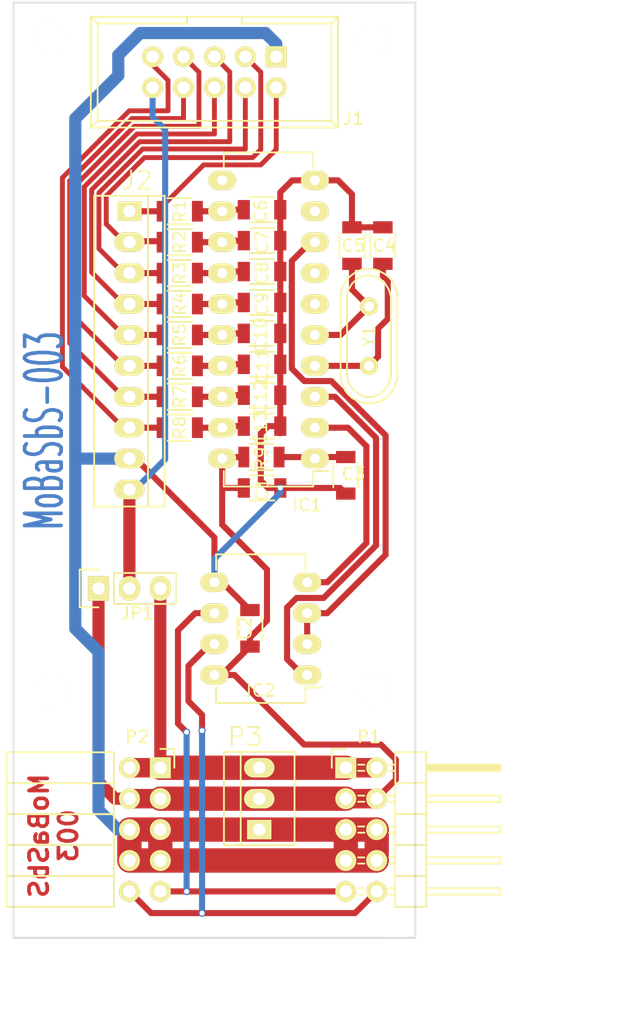
<source format=kicad_pcb>
(kicad_pcb (version 4) (host pcbnew 4.0.1-stable)

  (general
    (links 88)
    (no_connects 0)
    (area 129.972429 39.371 190.88 127.160001)
    (thickness 1.6)
    (drawings 9)
    (tracks 252)
    (zones 0)
    (modules 35)
    (nets 29)
  )

  (page A4)
  (title_block
    (title "µProzessor-ATTINY 2313")
    (date 2016-05-23)
    (rev 0)
    (comment 2 MoBaSbS-003)
    (comment 3 "µProzessor Board-ATTINY 2313")
    (comment 4 MoBaSbS)
  )

  (layers
    (0 F.Cu signal)
    (31 B.Cu signal)
    (32 B.Adhes user)
    (33 F.Adhes user)
    (34 B.Paste user)
    (35 F.Paste user)
    (36 B.SilkS user)
    (37 F.SilkS user)
    (38 B.Mask user)
    (39 F.Mask user)
    (40 Dwgs.User user)
    (41 Cmts.User user)
    (42 Eco1.User user)
    (43 Eco2.User user)
    (44 Edge.Cuts user)
    (45 Margin user)
    (46 B.CrtYd user)
    (47 F.CrtYd user)
    (48 B.Fab user)
    (49 F.Fab user)
  )

  (setup
    (last_trace_width 0.25)
    (trace_clearance 0.2)
    (zone_clearance 0.508)
    (zone_45_only no)
    (trace_min 0.2)
    (segment_width 0.2)
    (edge_width 0.15)
    (via_size 0.6)
    (via_drill 0.4)
    (via_min_size 0.4)
    (via_min_drill 0.3)
    (uvia_size 0.3)
    (uvia_drill 0.1)
    (uvias_allowed no)
    (uvia_min_size 0.2)
    (uvia_min_drill 0.1)
    (pcb_text_width 0.3)
    (pcb_text_size 1.5 1.5)
    (mod_edge_width 0.15)
    (mod_text_size 1 1)
    (mod_text_width 0.15)
    (pad_size 1.524 1.524)
    (pad_drill 0.762)
    (pad_to_mask_clearance 0.2)
    (aux_axis_origin 0 0)
    (grid_origin 70.485 127)
    (visible_elements 7FFFFFFF)
    (pcbplotparams
      (layerselection 0x00030_80000001)
      (usegerberextensions false)
      (excludeedgelayer true)
      (linewidth 0.100000)
      (plotframeref false)
      (viasonmask false)
      (mode 1)
      (useauxorigin false)
      (hpglpennumber 1)
      (hpglpenspeed 20)
      (hpglpendiameter 15)
      (hpglpenoverlay 2)
      (psnegative false)
      (psa4output false)
      (plotreference true)
      (plotvalue true)
      (plotinvisibletext false)
      (padsonsilk false)
      (subtractmaskfromsilk false)
      (outputformat 1)
      (mirror false)
      (drillshape 1)
      (scaleselection 1)
      (outputdirectory ""))
  )

  (net 0 "")
  (net 1 GND)
  (net 2 "Net-(C6-Pad2)")
  (net 3 "Net-(C7-Pad2)")
  (net 4 "Net-(C8-Pad2)")
  (net 5 +5V)
  (net 6 "Net-(8MHz1-Pad1)")
  (net 7 "Net-(8MHz1-Pad2)")
  (net 8 "Net-(IC1-Pad2)")
  (net 9 "Net-(IC1-Pad3)")
  (net 10 "Net-(IC1-Pad8)")
  (net 11 "Net-(IC2-Pad6)")
  (net 12 "Net-(IC2-Pad7)")
  (net 13 +12V)
  (net 14 "Net-(C3-Pad1)")
  (net 15 "Net-(C9-Pad2)")
  (net 16 "Net-(C10-Pad2)")
  (net 17 "Net-(C11-Pad2)")
  (net 18 "Net-(C12-Pad2)")
  (net 19 "Net-(C13-Pad2)")
  (net 20 "Net-(J1-Pad2)")
  (net 21 "Net-(J1-Pad3)")
  (net 22 "Net-(J1-Pad4)")
  (net 23 "Net-(J1-Pad5)")
  (net 24 "Net-(J1-Pad6)")
  (net 25 "Net-(J1-Pad7)")
  (net 26 "Net-(J1-Pad8)")
  (net 27 "Net-(J1-Pad9)")
  (net 28 "Net-(J1-Pad10)")

  (net_class Default "Dies ist die voreingestellte Netzklasse."
    (clearance 0.2)
    (trace_width 0.25)
    (via_dia 0.6)
    (via_drill 0.4)
    (uvia_dia 0.3)
    (uvia_drill 0.1)
    (add_net +12V)
    (add_net +5V)
    (add_net GND)
    (add_net "Net-(8MHz1-Pad1)")
    (add_net "Net-(8MHz1-Pad2)")
    (add_net "Net-(C10-Pad2)")
    (add_net "Net-(C11-Pad2)")
    (add_net "Net-(C12-Pad2)")
    (add_net "Net-(C13-Pad2)")
    (add_net "Net-(C3-Pad1)")
    (add_net "Net-(C6-Pad2)")
    (add_net "Net-(C7-Pad2)")
    (add_net "Net-(C8-Pad2)")
    (add_net "Net-(C9-Pad2)")
    (add_net "Net-(IC1-Pad2)")
    (add_net "Net-(IC1-Pad3)")
    (add_net "Net-(IC1-Pad8)")
    (add_net "Net-(IC2-Pad6)")
    (add_net "Net-(IC2-Pad7)")
    (add_net "Net-(J1-Pad10)")
    (add_net "Net-(J1-Pad2)")
    (add_net "Net-(J1-Pad3)")
    (add_net "Net-(J1-Pad4)")
    (add_net "Net-(J1-Pad5)")
    (add_net "Net-(J1-Pad6)")
    (add_net "Net-(J1-Pad7)")
    (add_net "Net-(J1-Pad8)")
    (add_net "Net-(J1-Pad9)")
  )

  (module Crystals:Crystal_HC49-U_Vertical (layer F.Cu) (tedit 574AA0BC) (tstamp 571D252D)
    (at 164.465 68.67906 90)
    (descr "Crystal Quarz HC49/U vertical stehend")
    (tags "Crystal Quarz HC49/U vertical stehend")
    (path /571D0D1C)
    (fp_text reference Y1 (at 0 0 90) (layer F.SilkS)
      (effects (font (size 1 1) (thickness 0.15)))
    )
    (fp_text value 8MHz (at 0 2.54 90) (layer F.Fab) hide
      (effects (font (size 1 1) (thickness 0.15)))
    )
    (fp_line (start 4.699 -1.00076) (end 4.89966 -0.59944) (layer F.SilkS) (width 0.15))
    (fp_line (start 4.89966 -0.59944) (end 5.00126 0) (layer F.SilkS) (width 0.15))
    (fp_line (start 5.00126 0) (end 4.89966 0.50038) (layer F.SilkS) (width 0.15))
    (fp_line (start 4.89966 0.50038) (end 4.50088 1.19888) (layer F.SilkS) (width 0.15))
    (fp_line (start 4.50088 1.19888) (end 3.8989 1.6002) (layer F.SilkS) (width 0.15))
    (fp_line (start 3.8989 1.6002) (end 3.29946 1.80086) (layer F.SilkS) (width 0.15))
    (fp_line (start 3.29946 1.80086) (end -3.29946 1.80086) (layer F.SilkS) (width 0.15))
    (fp_line (start -3.29946 1.80086) (end -4.0005 1.6002) (layer F.SilkS) (width 0.15))
    (fp_line (start -4.0005 1.6002) (end -4.39928 1.30048) (layer F.SilkS) (width 0.15))
    (fp_line (start -4.39928 1.30048) (end -4.8006 0.8001) (layer F.SilkS) (width 0.15))
    (fp_line (start -4.8006 0.8001) (end -5.00126 0.20066) (layer F.SilkS) (width 0.15))
    (fp_line (start -5.00126 0.20066) (end -5.00126 -0.29972) (layer F.SilkS) (width 0.15))
    (fp_line (start -5.00126 -0.29972) (end -4.8006 -0.8001) (layer F.SilkS) (width 0.15))
    (fp_line (start -4.8006 -0.8001) (end -4.30022 -1.39954) (layer F.SilkS) (width 0.15))
    (fp_line (start -4.30022 -1.39954) (end -3.79984 -1.69926) (layer F.SilkS) (width 0.15))
    (fp_line (start -3.79984 -1.69926) (end -3.29946 -1.80086) (layer F.SilkS) (width 0.15))
    (fp_line (start -3.2004 -1.80086) (end 3.40106 -1.80086) (layer F.SilkS) (width 0.15))
    (fp_line (start 3.40106 -1.80086) (end 3.79984 -1.69926) (layer F.SilkS) (width 0.15))
    (fp_line (start 3.79984 -1.69926) (end 4.30022 -1.39954) (layer F.SilkS) (width 0.15))
    (fp_line (start 4.30022 -1.39954) (end 4.8006 -0.89916) (layer F.SilkS) (width 0.15))
    (fp_line (start -3.19024 -2.32918) (end -3.64998 -2.28092) (layer F.SilkS) (width 0.15))
    (fp_line (start -3.64998 -2.28092) (end -4.04876 -2.16916) (layer F.SilkS) (width 0.15))
    (fp_line (start -4.04876 -2.16916) (end -4.48056 -1.95072) (layer F.SilkS) (width 0.15))
    (fp_line (start -4.48056 -1.95072) (end -4.77012 -1.71958) (layer F.SilkS) (width 0.15))
    (fp_line (start -4.77012 -1.71958) (end -5.10032 -1.36906) (layer F.SilkS) (width 0.15))
    (fp_line (start -5.10032 -1.36906) (end -5.38988 -0.83058) (layer F.SilkS) (width 0.15))
    (fp_line (start -5.38988 -0.83058) (end -5.51942 -0.23114) (layer F.SilkS) (width 0.15))
    (fp_line (start -5.51942 -0.23114) (end -5.51942 0.2794) (layer F.SilkS) (width 0.15))
    (fp_line (start -5.51942 0.2794) (end -5.34924 0.98044) (layer F.SilkS) (width 0.15))
    (fp_line (start -5.34924 0.98044) (end -4.95046 1.56972) (layer F.SilkS) (width 0.15))
    (fp_line (start -4.95046 1.56972) (end -4.49072 1.94056) (layer F.SilkS) (width 0.15))
    (fp_line (start -4.49072 1.94056) (end -4.06908 2.14884) (layer F.SilkS) (width 0.15))
    (fp_line (start -4.06908 2.14884) (end -3.6195 2.30886) (layer F.SilkS) (width 0.15))
    (fp_line (start -3.6195 2.30886) (end -3.18008 2.33934) (layer F.SilkS) (width 0.15))
    (fp_line (start 4.16052 2.1209) (end 4.53898 1.89992) (layer F.SilkS) (width 0.15))
    (fp_line (start 4.53898 1.89992) (end 4.85902 1.62052) (layer F.SilkS) (width 0.15))
    (fp_line (start 4.85902 1.62052) (end 5.11048 1.29032) (layer F.SilkS) (width 0.15))
    (fp_line (start 5.11048 1.29032) (end 5.4102 0.73914) (layer F.SilkS) (width 0.15))
    (fp_line (start 5.4102 0.73914) (end 5.51942 0.26924) (layer F.SilkS) (width 0.15))
    (fp_line (start 5.51942 0.26924) (end 5.53974 -0.1905) (layer F.SilkS) (width 0.15))
    (fp_line (start 5.53974 -0.1905) (end 5.45084 -0.65024) (layer F.SilkS) (width 0.15))
    (fp_line (start 5.45084 -0.65024) (end 5.26034 -1.09982) (layer F.SilkS) (width 0.15))
    (fp_line (start 5.26034 -1.09982) (end 4.89966 -1.56972) (layer F.SilkS) (width 0.15))
    (fp_line (start 4.89966 -1.56972) (end 4.54914 -1.88976) (layer F.SilkS) (width 0.15))
    (fp_line (start 4.54914 -1.88976) (end 4.16052 -2.1209) (layer F.SilkS) (width 0.15))
    (fp_line (start 4.16052 -2.1209) (end 3.73126 -2.2606) (layer F.SilkS) (width 0.15))
    (fp_line (start 3.73126 -2.2606) (end 3.2893 -2.32918) (layer F.SilkS) (width 0.15))
    (fp_line (start -3.2004 2.32918) (end 3.2512 2.32918) (layer F.SilkS) (width 0.15))
    (fp_line (start 3.2512 2.32918) (end 3.6703 2.29108) (layer F.SilkS) (width 0.15))
    (fp_line (start 3.6703 2.29108) (end 4.16052 2.1209) (layer F.SilkS) (width 0.15))
    (fp_line (start -3.2004 -2.32918) (end 3.2512 -2.32918) (layer F.SilkS) (width 0.15))
    (pad 1 thru_hole circle (at -2.44094 0 90) (size 1.50114 1.50114) (drill 0.8001) (layers *.Cu *.Mask F.SilkS)
      (net 6 "Net-(8MHz1-Pad1)"))
    (pad 2 thru_hole circle (at 2.44094 0 90) (size 1.50114 1.50114) (drill 0.8001) (layers *.Cu *.Mask F.SilkS)
      (net 7 "Net-(8MHz1-Pad2)"))
  )

  (module Housings_DIP:DIP-8_W7.62mm_LongPads (layer F.Cu) (tedit 574A9E04) (tstamp 571FCA0A)
    (at 159.385 96.52 180)
    (descr "8-lead dip package, row spacing 7.62 mm (300 mils), longer pads")
    (tags "dil dip 2.54 300")
    (path /571FCEFF)
    (fp_text reference IC2 (at 3.81 -1.27 180) (layer F.SilkS)
      (effects (font (size 1 1) (thickness 0.15)))
    )
    (fp_text value 485 (at 0 -3.72 180) (layer F.Fab) hide
      (effects (font (size 1 1) (thickness 0.15)))
    )
    (fp_line (start -1.4 -2.45) (end -1.4 10.1) (layer F.CrtYd) (width 0.05))
    (fp_line (start 9 -2.45) (end 9 10.1) (layer F.CrtYd) (width 0.05))
    (fp_line (start -1.4 -2.45) (end 9 -2.45) (layer F.CrtYd) (width 0.05))
    (fp_line (start -1.4 10.1) (end 9 10.1) (layer F.CrtYd) (width 0.05))
    (fp_line (start 0.135 -2.295) (end 0.135 -1.025) (layer F.SilkS) (width 0.15))
    (fp_line (start 7.485 -2.295) (end 7.485 -1.025) (layer F.SilkS) (width 0.15))
    (fp_line (start 7.485 9.915) (end 7.485 8.645) (layer F.SilkS) (width 0.15))
    (fp_line (start 0.135 9.915) (end 0.135 8.645) (layer F.SilkS) (width 0.15))
    (fp_line (start 0.135 -2.295) (end 7.485 -2.295) (layer F.SilkS) (width 0.15))
    (fp_line (start 0.135 9.915) (end 7.485 9.915) (layer F.SilkS) (width 0.15))
    (fp_line (start 0.135 -1.025) (end -1.15 -1.025) (layer F.SilkS) (width 0.15))
    (pad 1 thru_hole oval (at 0 0 180) (size 2.3 1.6) (drill 0.8) (layers *.Cu *.Mask F.SilkS)
      (net 9 "Net-(IC1-Pad3)"))
    (pad 2 thru_hole oval (at 0 2.54 180) (size 2.3 1.6) (drill 0.8) (layers *.Cu *.Mask F.SilkS)
      (net 10 "Net-(IC1-Pad8)"))
    (pad 3 thru_hole oval (at 0 5.08 180) (size 2.3 1.6) (drill 0.8) (layers *.Cu *.Mask F.SilkS)
      (net 10 "Net-(IC1-Pad8)"))
    (pad 4 thru_hole oval (at 0 7.62 180) (size 2.3 1.6) (drill 0.8) (layers *.Cu *.Mask F.SilkS)
      (net 8 "Net-(IC1-Pad2)"))
    (pad 5 thru_hole oval (at 7.62 7.62 180) (size 2.3 1.6) (drill 0.8) (layers *.Cu *.Mask F.SilkS)
      (net 1 GND))
    (pad 6 thru_hole oval (at 7.62 5.08 180) (size 2.3 1.6) (drill 0.8) (layers *.Cu *.Mask F.SilkS)
      (net 11 "Net-(IC2-Pad6)"))
    (pad 7 thru_hole oval (at 7.62 2.54 180) (size 2.3 1.6) (drill 0.8) (layers *.Cu *.Mask F.SilkS)
      (net 12 "Net-(IC2-Pad7)"))
    (pad 8 thru_hole oval (at 7.62 0 180) (size 2.3 1.6) (drill 0.8) (layers *.Cu *.Mask F.SilkS)
      (net 5 +5V))
    (model Housings_DIP.3dshapes/DIP-8_W7.62mm_LongPads.wrl
      (at (xyz 0 0 0))
      (scale (xyz 1 1 1))
      (rotate (xyz 0 0 0))
    )
  )

  (module Housings_DIP:DIP-20_W7.62mm_LongPads (layer F.Cu) (tedit 574AC1AB) (tstamp 571D22DD)
    (at 160.02 78.74 180)
    (descr "20-lead dip package, row spacing 7.62 mm (300 mils), longer pads")
    (tags "dil dip 2.54 300")
    (path /571D0BAD)
    (fp_text reference IC1 (at 0.635 -3.81 180) (layer F.SilkS)
      (effects (font (size 1 1) (thickness 0.15)))
    )
    (fp_text value ATTINY2313-S (at 0 -3.72 180) (layer F.Fab) hide
      (effects (font (size 1 1) (thickness 0.15)))
    )
    (fp_line (start -1.4 -2.45) (end -1.4 25.35) (layer F.CrtYd) (width 0.05))
    (fp_line (start 9 -2.45) (end 9 25.35) (layer F.CrtYd) (width 0.05))
    (fp_line (start -1.4 -2.45) (end 9 -2.45) (layer F.CrtYd) (width 0.05))
    (fp_line (start -1.4 25.35) (end 9 25.35) (layer F.CrtYd) (width 0.05))
    (fp_line (start 0.135 -2.295) (end 0.135 -1.025) (layer F.SilkS) (width 0.15))
    (fp_line (start 7.485 -2.295) (end 7.485 -1.025) (layer F.SilkS) (width 0.15))
    (fp_line (start 7.485 25.155) (end 7.485 23.885) (layer F.SilkS) (width 0.15))
    (fp_line (start 0.135 25.155) (end 0.135 23.885) (layer F.SilkS) (width 0.15))
    (fp_line (start 0.135 -2.295) (end 7.485 -2.295) (layer F.SilkS) (width 0.15))
    (fp_line (start 0.135 25.155) (end 7.485 25.155) (layer F.SilkS) (width 0.15))
    (fp_line (start 0.135 -1.025) (end -1.15 -1.025) (layer F.SilkS) (width 0.15))
    (pad 1 thru_hole oval (at 0 0 180) (size 2.3 1.6) (drill 0.8) (layers *.Cu *.Mask F.SilkS)
      (net 14 "Net-(C3-Pad1)"))
    (pad 2 thru_hole oval (at 0 2.54 180) (size 2.3 1.6) (drill 0.8) (layers *.Cu *.Mask F.SilkS)
      (net 8 "Net-(IC1-Pad2)"))
    (pad 3 thru_hole oval (at 0 5.08 180) (size 2.3 1.6) (drill 0.8) (layers *.Cu *.Mask F.SilkS)
      (net 9 "Net-(IC1-Pad3)"))
    (pad 4 thru_hole oval (at 0 7.62 180) (size 2.3 1.6) (drill 0.8) (layers *.Cu *.Mask F.SilkS)
      (net 6 "Net-(8MHz1-Pad1)"))
    (pad 5 thru_hole oval (at 0 10.16 180) (size 2.3 1.6) (drill 0.8) (layers *.Cu *.Mask F.SilkS)
      (net 7 "Net-(8MHz1-Pad2)"))
    (pad 6 thru_hole oval (at 0 12.7 180) (size 2.3 1.6) (drill 0.8) (layers *.Cu *.Mask F.SilkS))
    (pad 7 thru_hole oval (at 0 15.24 180) (size 2.3 1.6) (drill 0.8) (layers *.Cu *.Mask F.SilkS))
    (pad 8 thru_hole oval (at 0 17.78 180) (size 2.3 1.6) (drill 0.8) (layers *.Cu *.Mask F.SilkS)
      (net 10 "Net-(IC1-Pad8)"))
    (pad 9 thru_hole oval (at 0 20.32 180) (size 2.3 1.6) (drill 0.8) (layers *.Cu *.Mask F.SilkS))
    (pad 10 thru_hole oval (at 0 22.86 180) (size 2.3 1.6) (drill 0.8) (layers *.Cu *.Mask F.SilkS)
      (net 1 GND))
    (pad 11 thru_hole oval (at 7.62 22.86 180) (size 2.3 1.6) (drill 0.8) (layers *.Cu *.Mask F.SilkS))
    (pad 12 thru_hole oval (at 7.62 20.32 180) (size 2.3 1.6) (drill 0.8) (layers *.Cu *.Mask F.SilkS)
      (net 2 "Net-(C6-Pad2)"))
    (pad 13 thru_hole oval (at 7.62 17.78 180) (size 2.3 1.6) (drill 0.8) (layers *.Cu *.Mask F.SilkS)
      (net 3 "Net-(C7-Pad2)"))
    (pad 14 thru_hole oval (at 7.62 15.24 180) (size 2.3 1.6) (drill 0.8) (layers *.Cu *.Mask F.SilkS)
      (net 4 "Net-(C8-Pad2)"))
    (pad 15 thru_hole oval (at 7.62 12.7 180) (size 2.3 1.6) (drill 0.8) (layers *.Cu *.Mask F.SilkS)
      (net 15 "Net-(C9-Pad2)"))
    (pad 16 thru_hole oval (at 7.62 10.16 180) (size 2.3 1.6) (drill 0.8) (layers *.Cu *.Mask F.SilkS)
      (net 16 "Net-(C10-Pad2)"))
    (pad 17 thru_hole oval (at 7.62 7.62 180) (size 2.3 1.6) (drill 0.8) (layers *.Cu *.Mask F.SilkS)
      (net 17 "Net-(C11-Pad2)"))
    (pad 18 thru_hole oval (at 7.62 5.08 180) (size 2.3 1.6) (drill 0.8) (layers *.Cu *.Mask F.SilkS)
      (net 18 "Net-(C12-Pad2)"))
    (pad 19 thru_hole oval (at 7.62 2.54 180) (size 2.3 1.6) (drill 0.8) (layers *.Cu *.Mask F.SilkS)
      (net 19 "Net-(C13-Pad2)"))
    (pad 20 thru_hole oval (at 7.62 0 180) (size 2.3 1.6) (drill 0.8) (layers *.Cu *.Mask F.SilkS)
      (net 5 +5V))
    (model Housings_DIP.3dshapes/DIP-20_W7.62mm_LongPads.wrl
      (at (xyz 0 0 0))
      (scale (xyz 1 1 1))
      (rotate (xyz 0 0 0))
    )
  )

  (module Capacitors_SMD:C_1206 (layer F.Cu) (tedit 574AC1A4) (tstamp 571D25A7)
    (at 155.678 81.153)
    (descr "Capacitor SMD 1206, reflow soldering, AVX (see smccp.pdf)")
    (tags "capacitor 1206")
    (path /571D17D7)
    (attr smd)
    (fp_text reference C1 (at 0 0.127 90) (layer F.SilkS)
      (effects (font (size 1 1) (thickness 0.15)))
    )
    (fp_text value 100nF (at 0 2.3) (layer F.Fab) hide
      (effects (font (size 1 1) (thickness 0.15)))
    )
    (fp_line (start -2.3 -1.15) (end 2.3 -1.15) (layer F.CrtYd) (width 0.05))
    (fp_line (start -2.3 1.15) (end 2.3 1.15) (layer F.CrtYd) (width 0.05))
    (fp_line (start -2.3 -1.15) (end -2.3 1.15) (layer F.CrtYd) (width 0.05))
    (fp_line (start 2.3 -1.15) (end 2.3 1.15) (layer F.CrtYd) (width 0.05))
    (fp_line (start 1 -1.025) (end -1 -1.025) (layer F.SilkS) (width 0.15))
    (fp_line (start -1 1.025) (end 1 1.025) (layer F.SilkS) (width 0.15))
    (pad 1 smd rect (at -1.5 0) (size 1 1.6) (layers F.Cu F.Paste F.Mask)
      (net 5 +5V))
    (pad 2 smd rect (at 1.5 0) (size 1 1.6) (layers F.Cu F.Paste F.Mask)
      (net 1 GND))
    (model Capacitors_SMD.3dshapes/C_1206.wrl
      (at (xyz 0 0 0))
      (scale (xyz 1 1 1))
      (rotate (xyz 0 0 0))
    )
  )

  (module Capacitors_SMD:C_1206 (layer F.Cu) (tedit 574A9EA1) (tstamp 571D25AC)
    (at 154.686 92.686 270)
    (descr "Capacitor SMD 1206, reflow soldering, AVX (see smccp.pdf)")
    (tags "capacitor 1206")
    (path /571FE96F)
    (attr smd)
    (fp_text reference C2 (at 0 0.381 270) (layer F.SilkS)
      (effects (font (size 1 1) (thickness 0.15)))
    )
    (fp_text value 100nF (at 0 2.3 270) (layer F.Fab) hide
      (effects (font (size 1 1) (thickness 0.15)))
    )
    (fp_line (start -2.3 -1.15) (end 2.3 -1.15) (layer F.CrtYd) (width 0.05))
    (fp_line (start -2.3 1.15) (end 2.3 1.15) (layer F.CrtYd) (width 0.05))
    (fp_line (start -2.3 -1.15) (end -2.3 1.15) (layer F.CrtYd) (width 0.05))
    (fp_line (start 2.3 -1.15) (end 2.3 1.15) (layer F.CrtYd) (width 0.05))
    (fp_line (start 1 -1.025) (end -1 -1.025) (layer F.SilkS) (width 0.15))
    (fp_line (start -1 1.025) (end 1 1.025) (layer F.SilkS) (width 0.15))
    (pad 1 smd rect (at -1.5 0 270) (size 1 1.6) (layers F.Cu F.Paste F.Mask)
      (net 1 GND))
    (pad 2 smd rect (at 1.5 0 270) (size 1 1.6) (layers F.Cu F.Paste F.Mask)
      (net 5 +5V))
    (model Capacitors_SMD.3dshapes/C_1206.wrl
      (at (xyz 0 0 0))
      (scale (xyz 1 1 1))
      (rotate (xyz 0 0 0))
    )
  )

  (module Capacitors_SMD:C_1206 (layer F.Cu) (tedit 574AC1B1) (tstamp 571D25B1)
    (at 162.56 80.113 270)
    (descr "Capacitor SMD 1206, reflow soldering, AVX (see smccp.pdf)")
    (tags "capacitor 1206")
    (path /571D1BE0)
    (attr smd)
    (fp_text reference C3 (at -0.103 -0.635 360) (layer F.SilkS)
      (effects (font (size 1 1) (thickness 0.15)))
    )
    (fp_text value 100nF (at 0 2.3 270) (layer F.Fab) hide
      (effects (font (size 1 1) (thickness 0.15)))
    )
    (fp_line (start -2.3 -1.15) (end 2.3 -1.15) (layer F.CrtYd) (width 0.05))
    (fp_line (start -2.3 1.15) (end 2.3 1.15) (layer F.CrtYd) (width 0.05))
    (fp_line (start -2.3 -1.15) (end -2.3 1.15) (layer F.CrtYd) (width 0.05))
    (fp_line (start 2.3 -1.15) (end 2.3 1.15) (layer F.CrtYd) (width 0.05))
    (fp_line (start 1 -1.025) (end -1 -1.025) (layer F.SilkS) (width 0.15))
    (fp_line (start -1 1.025) (end 1 1.025) (layer F.SilkS) (width 0.15))
    (pad 1 smd rect (at -1.5 0 270) (size 1 1.6) (layers F.Cu F.Paste F.Mask)
      (net 14 "Net-(C3-Pad1)"))
    (pad 2 smd rect (at 1.5 0 270) (size 1 1.6) (layers F.Cu F.Paste F.Mask)
      (net 1 GND))
    (model Capacitors_SMD.3dshapes/C_1206.wrl
      (at (xyz 0 0 0))
      (scale (xyz 1 1 1))
      (rotate (xyz 0 0 0))
    )
  )

  (module Capacitors_SMD:C_1206 (layer F.Cu) (tedit 574AC1C4) (tstamp 571D25B6)
    (at 165.608 61.238 90)
    (descr "Capacitor SMD 1206, reflow soldering, AVX (see smccp.pdf)")
    (tags "capacitor 1206")
    (path /571D0E08)
    (attr smd)
    (fp_text reference C4 (at 0 0.127 180) (layer F.SilkS)
      (effects (font (size 1 1) (thickness 0.15)))
    )
    (fp_text value 33pF (at 0 2.3 90) (layer F.Fab) hide
      (effects (font (size 1 1) (thickness 0.15)))
    )
    (fp_line (start -2.3 -1.15) (end 2.3 -1.15) (layer F.CrtYd) (width 0.05))
    (fp_line (start -2.3 1.15) (end 2.3 1.15) (layer F.CrtYd) (width 0.05))
    (fp_line (start -2.3 -1.15) (end -2.3 1.15) (layer F.CrtYd) (width 0.05))
    (fp_line (start 2.3 -1.15) (end 2.3 1.15) (layer F.CrtYd) (width 0.05))
    (fp_line (start 1 -1.025) (end -1 -1.025) (layer F.SilkS) (width 0.15))
    (fp_line (start -1 1.025) (end 1 1.025) (layer F.SilkS) (width 0.15))
    (pad 1 smd rect (at -1.5 0 90) (size 1 1.6) (layers F.Cu F.Paste F.Mask)
      (net 6 "Net-(8MHz1-Pad1)"))
    (pad 2 smd rect (at 1.5 0 90) (size 1 1.6) (layers F.Cu F.Paste F.Mask)
      (net 1 GND))
    (model Capacitors_SMD.3dshapes/C_1206.wrl
      (at (xyz 0 0 0))
      (scale (xyz 1 1 1))
      (rotate (xyz 0 0 0))
    )
  )

  (module Capacitors_SMD:C_1206 (layer F.Cu) (tedit 574AC1BE) (tstamp 571D25BB)
    (at 163.068 61.238 90)
    (descr "Capacitor SMD 1206, reflow soldering, AVX (see smccp.pdf)")
    (tags "capacitor 1206")
    (path /571D0DCD)
    (attr smd)
    (fp_text reference C5 (at 0 0.127 180) (layer F.SilkS)
      (effects (font (size 1 1) (thickness 0.15)))
    )
    (fp_text value 33pF (at 0 2.3 90) (layer F.Fab) hide
      (effects (font (size 1 1) (thickness 0.15)))
    )
    (fp_line (start -2.3 -1.15) (end 2.3 -1.15) (layer F.CrtYd) (width 0.05))
    (fp_line (start -2.3 1.15) (end 2.3 1.15) (layer F.CrtYd) (width 0.05))
    (fp_line (start -2.3 -1.15) (end -2.3 1.15) (layer F.CrtYd) (width 0.05))
    (fp_line (start 2.3 -1.15) (end 2.3 1.15) (layer F.CrtYd) (width 0.05))
    (fp_line (start 1 -1.025) (end -1 -1.025) (layer F.SilkS) (width 0.15))
    (fp_line (start -1 1.025) (end 1 1.025) (layer F.SilkS) (width 0.15))
    (pad 1 smd rect (at -1.5 0 90) (size 1 1.6) (layers F.Cu F.Paste F.Mask)
      (net 7 "Net-(8MHz1-Pad2)"))
    (pad 2 smd rect (at 1.5 0 90) (size 1 1.6) (layers F.Cu F.Paste F.Mask)
      (net 1 GND))
    (model Capacitors_SMD.3dshapes/C_1206.wrl
      (at (xyz 0 0 0))
      (scale (xyz 1 1 1))
      (rotate (xyz 0 0 0))
    )
  )

  (module Capacitors_SMD:C_1206 (layer F.Cu) (tedit 574AC1F2) (tstamp 571D25C0)
    (at 155.678 58.293 180)
    (descr "Capacitor SMD 1206, reflow soldering, AVX (see smccp.pdf)")
    (tags "capacitor 1206")
    (path /571D28F5)
    (attr smd)
    (fp_text reference C6 (at 0.103 -0.127 270) (layer F.SilkS)
      (effects (font (size 1 1) (thickness 0.15)))
    )
    (fp_text value 47nF (at 0 2.3 180) (layer F.Fab) hide
      (effects (font (size 1 1) (thickness 0.15)))
    )
    (fp_line (start -2.3 -1.15) (end 2.3 -1.15) (layer F.CrtYd) (width 0.05))
    (fp_line (start -2.3 1.15) (end 2.3 1.15) (layer F.CrtYd) (width 0.05))
    (fp_line (start -2.3 -1.15) (end -2.3 1.15) (layer F.CrtYd) (width 0.05))
    (fp_line (start 2.3 -1.15) (end 2.3 1.15) (layer F.CrtYd) (width 0.05))
    (fp_line (start 1 -1.025) (end -1 -1.025) (layer F.SilkS) (width 0.15))
    (fp_line (start -1 1.025) (end 1 1.025) (layer F.SilkS) (width 0.15))
    (pad 1 smd rect (at -1.5 0 180) (size 1 1.6) (layers F.Cu F.Paste F.Mask)
      (net 1 GND))
    (pad 2 smd rect (at 1.5 0 180) (size 1 1.6) (layers F.Cu F.Paste F.Mask)
      (net 2 "Net-(C6-Pad2)"))
    (model Capacitors_SMD.3dshapes/C_1206.wrl
      (at (xyz 0 0 0))
      (scale (xyz 1 1 1))
      (rotate (xyz 0 0 0))
    )
  )

  (module Capacitors_SMD:C_1206 (layer F.Cu) (tedit 574AC1FA) (tstamp 571D25C5)
    (at 155.678 60.833 180)
    (descr "Capacitor SMD 1206, reflow soldering, AVX (see smccp.pdf)")
    (tags "capacitor 1206")
    (path /571D296A)
    (attr smd)
    (fp_text reference C7 (at 0 -0.127 270) (layer F.SilkS)
      (effects (font (size 1 1) (thickness 0.15)))
    )
    (fp_text value 47nF (at 0 2.3 180) (layer F.Fab) hide
      (effects (font (size 1 1) (thickness 0.15)))
    )
    (fp_line (start -2.3 -1.15) (end 2.3 -1.15) (layer F.CrtYd) (width 0.05))
    (fp_line (start -2.3 1.15) (end 2.3 1.15) (layer F.CrtYd) (width 0.05))
    (fp_line (start -2.3 -1.15) (end -2.3 1.15) (layer F.CrtYd) (width 0.05))
    (fp_line (start 2.3 -1.15) (end 2.3 1.15) (layer F.CrtYd) (width 0.05))
    (fp_line (start 1 -1.025) (end -1 -1.025) (layer F.SilkS) (width 0.15))
    (fp_line (start -1 1.025) (end 1 1.025) (layer F.SilkS) (width 0.15))
    (pad 1 smd rect (at -1.5 0 180) (size 1 1.6) (layers F.Cu F.Paste F.Mask)
      (net 1 GND))
    (pad 2 smd rect (at 1.5 0 180) (size 1 1.6) (layers F.Cu F.Paste F.Mask)
      (net 3 "Net-(C7-Pad2)"))
    (model Capacitors_SMD.3dshapes/C_1206.wrl
      (at (xyz 0 0 0))
      (scale (xyz 1 1 1))
      (rotate (xyz 0 0 0))
    )
  )

  (module Capacitors_SMD:C_1206 (layer F.Cu) (tedit 574AC201) (tstamp 571D25CA)
    (at 155.678 63.373 180)
    (descr "Capacitor SMD 1206, reflow soldering, AVX (see smccp.pdf)")
    (tags "capacitor 1206")
    (path /571D29B7)
    (attr smd)
    (fp_text reference C8 (at 0 -0.127 270) (layer F.SilkS)
      (effects (font (size 1 1) (thickness 0.15)))
    )
    (fp_text value 47nF (at 0 2.3 180) (layer F.Fab) hide
      (effects (font (size 1 1) (thickness 0.15)))
    )
    (fp_line (start -2.3 -1.15) (end 2.3 -1.15) (layer F.CrtYd) (width 0.05))
    (fp_line (start -2.3 1.15) (end 2.3 1.15) (layer F.CrtYd) (width 0.05))
    (fp_line (start -2.3 -1.15) (end -2.3 1.15) (layer F.CrtYd) (width 0.05))
    (fp_line (start 2.3 -1.15) (end 2.3 1.15) (layer F.CrtYd) (width 0.05))
    (fp_line (start 1 -1.025) (end -1 -1.025) (layer F.SilkS) (width 0.15))
    (fp_line (start -1 1.025) (end 1 1.025) (layer F.SilkS) (width 0.15))
    (pad 1 smd rect (at -1.5 0 180) (size 1 1.6) (layers F.Cu F.Paste F.Mask)
      (net 1 GND))
    (pad 2 smd rect (at 1.5 0 180) (size 1 1.6) (layers F.Cu F.Paste F.Mask)
      (net 4 "Net-(C8-Pad2)"))
    (model Capacitors_SMD.3dshapes/C_1206.wrl
      (at (xyz 0 0 0))
      (scale (xyz 1 1 1))
      (rotate (xyz 0 0 0))
    )
  )

  (module Capacitors_SMD:C_1206 (layer F.Cu) (tedit 574AC209) (tstamp 57323483)
    (at 155.678 65.913 180)
    (descr "Capacitor SMD 1206, reflow soldering, AVX (see smccp.pdf)")
    (tags "capacitor 1206")
    (path /571D2A00)
    (attr smd)
    (fp_text reference C9 (at 0 -0.127 270) (layer F.SilkS)
      (effects (font (size 1 1) (thickness 0.15)))
    )
    (fp_text value 47nF (at 0 2.3 180) (layer F.Fab) hide
      (effects (font (size 1 1) (thickness 0.15)))
    )
    (fp_line (start -2.3 -1.15) (end 2.3 -1.15) (layer F.CrtYd) (width 0.05))
    (fp_line (start -2.3 1.15) (end 2.3 1.15) (layer F.CrtYd) (width 0.05))
    (fp_line (start -2.3 -1.15) (end -2.3 1.15) (layer F.CrtYd) (width 0.05))
    (fp_line (start 2.3 -1.15) (end 2.3 1.15) (layer F.CrtYd) (width 0.05))
    (fp_line (start 1 -1.025) (end -1 -1.025) (layer F.SilkS) (width 0.15))
    (fp_line (start -1 1.025) (end 1 1.025) (layer F.SilkS) (width 0.15))
    (pad 1 smd rect (at -1.5 0 180) (size 1 1.6) (layers F.Cu F.Paste F.Mask)
      (net 1 GND))
    (pad 2 smd rect (at 1.5 0 180) (size 1 1.6) (layers F.Cu F.Paste F.Mask)
      (net 15 "Net-(C9-Pad2)"))
    (model Capacitors_SMD.3dshapes/C_1206.wrl
      (at (xyz 0 0 0))
      (scale (xyz 1 1 1))
      (rotate (xyz 0 0 0))
    )
  )

  (module Capacitors_SMD:C_1206 (layer F.Cu) (tedit 574AC210) (tstamp 57323489)
    (at 155.678 68.453 180)
    (descr "Capacitor SMD 1206, reflow soldering, AVX (see smccp.pdf)")
    (tags "capacitor 1206")
    (path /571D2A4B)
    (attr smd)
    (fp_text reference C10 (at 0.103 -0.127 270) (layer F.SilkS)
      (effects (font (size 1 1) (thickness 0.15)))
    )
    (fp_text value 47nF (at 0 2.3 180) (layer F.Fab) hide
      (effects (font (size 1 1) (thickness 0.15)))
    )
    (fp_line (start -2.3 -1.15) (end 2.3 -1.15) (layer F.CrtYd) (width 0.05))
    (fp_line (start -2.3 1.15) (end 2.3 1.15) (layer F.CrtYd) (width 0.05))
    (fp_line (start -2.3 -1.15) (end -2.3 1.15) (layer F.CrtYd) (width 0.05))
    (fp_line (start 2.3 -1.15) (end 2.3 1.15) (layer F.CrtYd) (width 0.05))
    (fp_line (start 1 -1.025) (end -1 -1.025) (layer F.SilkS) (width 0.15))
    (fp_line (start -1 1.025) (end 1 1.025) (layer F.SilkS) (width 0.15))
    (pad 1 smd rect (at -1.5 0 180) (size 1 1.6) (layers F.Cu F.Paste F.Mask)
      (net 1 GND))
    (pad 2 smd rect (at 1.5 0 180) (size 1 1.6) (layers F.Cu F.Paste F.Mask)
      (net 16 "Net-(C10-Pad2)"))
    (model Capacitors_SMD.3dshapes/C_1206.wrl
      (at (xyz 0 0 0))
      (scale (xyz 1 1 1))
      (rotate (xyz 0 0 0))
    )
  )

  (module Capacitors_SMD:C_1206 (layer F.Cu) (tedit 574AC218) (tstamp 5732348F)
    (at 155.678 70.993 180)
    (descr "Capacitor SMD 1206, reflow soldering, AVX (see smccp.pdf)")
    (tags "capacitor 1206")
    (path /571D2AAE)
    (attr smd)
    (fp_text reference C11 (at 0 -0.127 270) (layer F.SilkS)
      (effects (font (size 1 1) (thickness 0.15)))
    )
    (fp_text value 47nF (at 0 2.3 180) (layer F.Fab) hide
      (effects (font (size 1 1) (thickness 0.15)))
    )
    (fp_line (start -2.3 -1.15) (end 2.3 -1.15) (layer F.CrtYd) (width 0.05))
    (fp_line (start -2.3 1.15) (end 2.3 1.15) (layer F.CrtYd) (width 0.05))
    (fp_line (start -2.3 -1.15) (end -2.3 1.15) (layer F.CrtYd) (width 0.05))
    (fp_line (start 2.3 -1.15) (end 2.3 1.15) (layer F.CrtYd) (width 0.05))
    (fp_line (start 1 -1.025) (end -1 -1.025) (layer F.SilkS) (width 0.15))
    (fp_line (start -1 1.025) (end 1 1.025) (layer F.SilkS) (width 0.15))
    (pad 1 smd rect (at -1.5 0 180) (size 1 1.6) (layers F.Cu F.Paste F.Mask)
      (net 1 GND))
    (pad 2 smd rect (at 1.5 0 180) (size 1 1.6) (layers F.Cu F.Paste F.Mask)
      (net 17 "Net-(C11-Pad2)"))
    (model Capacitors_SMD.3dshapes/C_1206.wrl
      (at (xyz 0 0 0))
      (scale (xyz 1 1 1))
      (rotate (xyz 0 0 0))
    )
  )

  (module Capacitors_SMD:C_1206 (layer F.Cu) (tedit 574AC223) (tstamp 57323495)
    (at 155.678 73.533 180)
    (descr "Capacitor SMD 1206, reflow soldering, AVX (see smccp.pdf)")
    (tags "capacitor 1206")
    (path /571D2AF7)
    (attr smd)
    (fp_text reference C12 (at 0.103 -0.127 270) (layer F.SilkS)
      (effects (font (size 1 1) (thickness 0.15)))
    )
    (fp_text value 47nF (at 0 2.3 180) (layer F.Fab) hide
      (effects (font (size 1 1) (thickness 0.15)))
    )
    (fp_line (start -2.3 -1.15) (end 2.3 -1.15) (layer F.CrtYd) (width 0.05))
    (fp_line (start -2.3 1.15) (end 2.3 1.15) (layer F.CrtYd) (width 0.05))
    (fp_line (start -2.3 -1.15) (end -2.3 1.15) (layer F.CrtYd) (width 0.05))
    (fp_line (start 2.3 -1.15) (end 2.3 1.15) (layer F.CrtYd) (width 0.05))
    (fp_line (start 1 -1.025) (end -1 -1.025) (layer F.SilkS) (width 0.15))
    (fp_line (start -1 1.025) (end 1 1.025) (layer F.SilkS) (width 0.15))
    (pad 1 smd rect (at -1.5 0 180) (size 1 1.6) (layers F.Cu F.Paste F.Mask)
      (net 1 GND))
    (pad 2 smd rect (at 1.5 0 180) (size 1 1.6) (layers F.Cu F.Paste F.Mask)
      (net 18 "Net-(C12-Pad2)"))
    (model Capacitors_SMD.3dshapes/C_1206.wrl
      (at (xyz 0 0 0))
      (scale (xyz 1 1 1))
      (rotate (xyz 0 0 0))
    )
  )

  (module Capacitors_SMD:C_1206 (layer F.Cu) (tedit 574AC22C) (tstamp 5732349B)
    (at 155.678 76.073 180)
    (descr "Capacitor SMD 1206, reflow soldering, AVX (see smccp.pdf)")
    (tags "capacitor 1206")
    (path /571D2B4C)
    (attr smd)
    (fp_text reference C13 (at 0.103 -0.127 270) (layer F.SilkS)
      (effects (font (size 1 1) (thickness 0.15)))
    )
    (fp_text value 47nF (at 0 2.3 180) (layer F.Fab) hide
      (effects (font (size 1 1) (thickness 0.15)))
    )
    (fp_line (start -2.3 -1.15) (end 2.3 -1.15) (layer F.CrtYd) (width 0.05))
    (fp_line (start -2.3 1.15) (end 2.3 1.15) (layer F.CrtYd) (width 0.05))
    (fp_line (start -2.3 -1.15) (end -2.3 1.15) (layer F.CrtYd) (width 0.05))
    (fp_line (start 2.3 -1.15) (end 2.3 1.15) (layer F.CrtYd) (width 0.05))
    (fp_line (start 1 -1.025) (end -1 -1.025) (layer F.SilkS) (width 0.15))
    (fp_line (start -1 1.025) (end 1 1.025) (layer F.SilkS) (width 0.15))
    (pad 1 smd rect (at -1.5 0 180) (size 1 1.6) (layers F.Cu F.Paste F.Mask)
      (net 1 GND))
    (pad 2 smd rect (at 1.5 0 180) (size 1 1.6) (layers F.Cu F.Paste F.Mask)
      (net 19 "Net-(C13-Pad2)"))
    (model Capacitors_SMD.3dshapes/C_1206.wrl
      (at (xyz 0 0 0))
      (scale (xyz 1 1 1))
      (rotate (xyz 0 0 0))
    )
  )

  (module Connect:IDC_Header_Straight_10pins (layer F.Cu) (tedit 0) (tstamp 573234A9)
    (at 156.845 45.72 180)
    (descr "10 pins through hole IDC header")
    (tags "IDC header socket VASCH")
    (path /571DAB63)
    (fp_text reference J1 (at -6.35 -5.08 180) (layer F.SilkS)
      (effects (font (size 1 1) (thickness 0.15)))
    )
    (fp_text value 10-Flachband (at 5.08 3.81 180) (layer F.Fab)
      (effects (font (size 1 1) (thickness 0.15)))
    )
    (fp_line (start -5.08 -5.82) (end 15.24 -5.82) (layer F.SilkS) (width 0.15))
    (fp_line (start -4.54 -5.27) (end 14.68 -5.27) (layer F.SilkS) (width 0.15))
    (fp_line (start -5.08 3.28) (end 15.24 3.28) (layer F.SilkS) (width 0.15))
    (fp_line (start -4.54 2.73) (end 2.83 2.73) (layer F.SilkS) (width 0.15))
    (fp_line (start 7.33 2.73) (end 14.68 2.73) (layer F.SilkS) (width 0.15))
    (fp_line (start 2.83 2.73) (end 2.83 3.28) (layer F.SilkS) (width 0.15))
    (fp_line (start 7.33 2.73) (end 7.33 3.28) (layer F.SilkS) (width 0.15))
    (fp_line (start -5.08 -5.82) (end -5.08 3.28) (layer F.SilkS) (width 0.15))
    (fp_line (start -4.54 -5.27) (end -4.54 2.73) (layer F.SilkS) (width 0.15))
    (fp_line (start 15.24 -5.82) (end 15.24 3.28) (layer F.SilkS) (width 0.15))
    (fp_line (start 14.68 -5.27) (end 14.68 2.73) (layer F.SilkS) (width 0.15))
    (fp_line (start -5.08 -5.82) (end -4.54 -5.27) (layer F.SilkS) (width 0.15))
    (fp_line (start 15.24 -5.82) (end 14.68 -5.27) (layer F.SilkS) (width 0.15))
    (fp_line (start -5.08 3.28) (end -4.54 2.73) (layer F.SilkS) (width 0.15))
    (fp_line (start 15.24 3.28) (end 14.68 2.73) (layer F.SilkS) (width 0.15))
    (fp_line (start -5.35 -6.05) (end 15.5 -6.05) (layer F.CrtYd) (width 0.05))
    (fp_line (start 15.5 -6.05) (end 15.5 3.55) (layer F.CrtYd) (width 0.05))
    (fp_line (start 15.5 3.55) (end -5.35 3.55) (layer F.CrtYd) (width 0.05))
    (fp_line (start -5.35 3.55) (end -5.35 -6.05) (layer F.CrtYd) (width 0.05))
    (pad 1 thru_hole rect (at 0 0 180) (size 1.7272 1.7272) (drill 1.016) (layers *.Cu *.Mask F.SilkS)
      (net 1 GND))
    (pad 2 thru_hole oval (at 0 -2.54 180) (size 1.7272 1.7272) (drill 1.016) (layers *.Cu *.Mask F.SilkS)
      (net 20 "Net-(J1-Pad2)"))
    (pad 3 thru_hole oval (at 2.54 0 180) (size 1.7272 1.7272) (drill 1.016) (layers *.Cu *.Mask F.SilkS)
      (net 21 "Net-(J1-Pad3)"))
    (pad 4 thru_hole oval (at 2.54 -2.54 180) (size 1.7272 1.7272) (drill 1.016) (layers *.Cu *.Mask F.SilkS)
      (net 22 "Net-(J1-Pad4)"))
    (pad 5 thru_hole oval (at 5.08 0 180) (size 1.7272 1.7272) (drill 1.016) (layers *.Cu *.Mask F.SilkS)
      (net 23 "Net-(J1-Pad5)"))
    (pad 6 thru_hole oval (at 5.08 -2.54 180) (size 1.7272 1.7272) (drill 1.016) (layers *.Cu *.Mask F.SilkS)
      (net 24 "Net-(J1-Pad6)"))
    (pad 7 thru_hole oval (at 7.62 0 180) (size 1.7272 1.7272) (drill 1.016) (layers *.Cu *.Mask F.SilkS)
      (net 25 "Net-(J1-Pad7)"))
    (pad 8 thru_hole oval (at 7.62 -2.54 180) (size 1.7272 1.7272) (drill 1.016) (layers *.Cu *.Mask F.SilkS)
      (net 26 "Net-(J1-Pad8)"))
    (pad 9 thru_hole oval (at 10.16 0 180) (size 1.7272 1.7272) (drill 1.016) (layers *.Cu *.Mask F.SilkS)
      (net 27 "Net-(J1-Pad9)"))
    (pad 10 thru_hole oval (at 10.16 -2.54 180) (size 1.7272 1.7272) (drill 1.016) (layers *.Cu *.Mask F.SilkS)
      (net 28 "Net-(J1-Pad10)"))
  )

  (module Pin_Headers:Pin_Header_Angled_2x05 (layer F.Cu) (tedit 574A9E6B) (tstamp 573234C2)
    (at 162.56 104.14)
    (descr "Through hole pin header")
    (tags "pin header")
    (path /572EAE52)
    (fp_text reference P1 (at 1.905 -2.54) (layer F.SilkS)
      (effects (font (size 1 1) (thickness 0.15)))
    )
    (fp_text value 2X5_Stecker (at 0 -3.1) (layer F.Fab) hide
      (effects (font (size 1 1) (thickness 0.15)))
    )
    (fp_line (start -1.35 -1.75) (end -1.35 11.95) (layer F.CrtYd) (width 0.05))
    (fp_line (start 13.2 -1.75) (end 13.2 11.95) (layer F.CrtYd) (width 0.05))
    (fp_line (start -1.35 -1.75) (end 13.2 -1.75) (layer F.CrtYd) (width 0.05))
    (fp_line (start -1.35 11.95) (end 13.2 11.95) (layer F.CrtYd) (width 0.05))
    (fp_line (start 1.524 10.414) (end 1.016 10.414) (layer F.SilkS) (width 0.15))
    (fp_line (start 1.524 9.906) (end 1.016 9.906) (layer F.SilkS) (width 0.15))
    (fp_line (start 1.524 7.874) (end 1.016 7.874) (layer F.SilkS) (width 0.15))
    (fp_line (start 1.524 7.366) (end 1.016 7.366) (layer F.SilkS) (width 0.15))
    (fp_line (start 1.524 -0.254) (end 1.016 -0.254) (layer F.SilkS) (width 0.15))
    (fp_line (start 1.524 0.254) (end 1.016 0.254) (layer F.SilkS) (width 0.15))
    (fp_line (start 1.524 5.334) (end 1.016 5.334) (layer F.SilkS) (width 0.15))
    (fp_line (start 1.524 4.826) (end 1.016 4.826) (layer F.SilkS) (width 0.15))
    (fp_line (start 1.524 2.794) (end 1.016 2.794) (layer F.SilkS) (width 0.15))
    (fp_line (start 1.524 2.286) (end 1.016 2.286) (layer F.SilkS) (width 0.15))
    (fp_line (start 4.064 10.414) (end 3.556 10.414) (layer F.SilkS) (width 0.15))
    (fp_line (start 4.064 9.906) (end 3.556 9.906) (layer F.SilkS) (width 0.15))
    (fp_line (start 4.064 -0.254) (end 3.556 -0.254) (layer F.SilkS) (width 0.15))
    (fp_line (start 4.064 0.254) (end 3.556 0.254) (layer F.SilkS) (width 0.15))
    (fp_line (start 4.064 2.286) (end 3.556 2.286) (layer F.SilkS) (width 0.15))
    (fp_line (start 4.064 2.794) (end 3.556 2.794) (layer F.SilkS) (width 0.15))
    (fp_line (start 4.064 7.874) (end 3.556 7.874) (layer F.SilkS) (width 0.15))
    (fp_line (start 4.064 7.366) (end 3.556 7.366) (layer F.SilkS) (width 0.15))
    (fp_line (start 4.064 5.334) (end 3.556 5.334) (layer F.SilkS) (width 0.15))
    (fp_line (start 4.064 4.826) (end 3.556 4.826) (layer F.SilkS) (width 0.15))
    (fp_line (start 0 -1.55) (end -1.15 -1.55) (layer F.SilkS) (width 0.15))
    (fp_line (start -1.15 -1.55) (end -1.15 0) (layer F.SilkS) (width 0.15))
    (fp_line (start 6.604 -0.127) (end 12.573 -0.127) (layer F.SilkS) (width 0.15))
    (fp_line (start 12.573 -0.127) (end 12.573 0.127) (layer F.SilkS) (width 0.15))
    (fp_line (start 12.573 0.127) (end 6.731 0.127) (layer F.SilkS) (width 0.15))
    (fp_line (start 6.731 0.127) (end 6.731 0) (layer F.SilkS) (width 0.15))
    (fp_line (start 6.731 0) (end 12.573 0) (layer F.SilkS) (width 0.15))
    (fp_line (start 4.064 8.89) (end 6.604 8.89) (layer F.SilkS) (width 0.15))
    (fp_line (start 4.064 8.89) (end 4.064 11.43) (layer F.SilkS) (width 0.15))
    (fp_line (start 6.604 9.906) (end 12.7 9.906) (layer F.SilkS) (width 0.15))
    (fp_line (start 12.7 9.906) (end 12.7 10.414) (layer F.SilkS) (width 0.15))
    (fp_line (start 12.7 10.414) (end 6.604 10.414) (layer F.SilkS) (width 0.15))
    (fp_line (start 6.604 11.43) (end 6.604 8.89) (layer F.SilkS) (width 0.15))
    (fp_line (start 4.064 11.43) (end 6.604 11.43) (layer F.SilkS) (width 0.15))
    (fp_line (start 4.064 3.81) (end 6.604 3.81) (layer F.SilkS) (width 0.15))
    (fp_line (start 4.064 3.81) (end 4.064 6.35) (layer F.SilkS) (width 0.15))
    (fp_line (start 4.064 6.35) (end 6.604 6.35) (layer F.SilkS) (width 0.15))
    (fp_line (start 6.604 4.826) (end 12.7 4.826) (layer F.SilkS) (width 0.15))
    (fp_line (start 12.7 4.826) (end 12.7 5.334) (layer F.SilkS) (width 0.15))
    (fp_line (start 12.7 5.334) (end 6.604 5.334) (layer F.SilkS) (width 0.15))
    (fp_line (start 6.604 6.35) (end 6.604 3.81) (layer F.SilkS) (width 0.15))
    (fp_line (start 6.604 8.89) (end 6.604 6.35) (layer F.SilkS) (width 0.15))
    (fp_line (start 12.7 7.874) (end 6.604 7.874) (layer F.SilkS) (width 0.15))
    (fp_line (start 12.7 7.366) (end 12.7 7.874) (layer F.SilkS) (width 0.15))
    (fp_line (start 6.604 7.366) (end 12.7 7.366) (layer F.SilkS) (width 0.15))
    (fp_line (start 4.064 8.89) (end 6.604 8.89) (layer F.SilkS) (width 0.15))
    (fp_line (start 4.064 6.35) (end 4.064 8.89) (layer F.SilkS) (width 0.15))
    (fp_line (start 4.064 6.35) (end 6.604 6.35) (layer F.SilkS) (width 0.15))
    (fp_line (start 4.064 1.27) (end 6.604 1.27) (layer F.SilkS) (width 0.15))
    (fp_line (start 4.064 1.27) (end 4.064 3.81) (layer F.SilkS) (width 0.15))
    (fp_line (start 4.064 3.81) (end 6.604 3.81) (layer F.SilkS) (width 0.15))
    (fp_line (start 6.604 2.286) (end 12.7 2.286) (layer F.SilkS) (width 0.15))
    (fp_line (start 12.7 2.286) (end 12.7 2.794) (layer F.SilkS) (width 0.15))
    (fp_line (start 12.7 2.794) (end 6.604 2.794) (layer F.SilkS) (width 0.15))
    (fp_line (start 6.604 3.81) (end 6.604 1.27) (layer F.SilkS) (width 0.15))
    (fp_line (start 6.604 1.27) (end 6.604 -1.27) (layer F.SilkS) (width 0.15))
    (fp_line (start 12.7 0.254) (end 6.604 0.254) (layer F.SilkS) (width 0.15))
    (fp_line (start 12.7 -0.254) (end 12.7 0.254) (layer F.SilkS) (width 0.15))
    (fp_line (start 6.604 -0.254) (end 12.7 -0.254) (layer F.SilkS) (width 0.15))
    (fp_line (start 4.064 1.27) (end 6.604 1.27) (layer F.SilkS) (width 0.15))
    (fp_line (start 4.064 -1.27) (end 4.064 1.27) (layer F.SilkS) (width 0.15))
    (fp_line (start 4.064 -1.27) (end 6.604 -1.27) (layer F.SilkS) (width 0.15))
    (pad 1 thru_hole rect (at 0 0) (size 1.7272 1.7272) (drill 1.016) (layers *.Cu *.Mask F.SilkS)
      (net 13 +12V))
    (pad 2 thru_hole oval (at 2.54 0) (size 1.7272 1.7272) (drill 1.016) (layers *.Cu *.Mask F.SilkS)
      (net 13 +12V))
    (pad 3 thru_hole oval (at 0 2.54) (size 1.7272 1.7272) (drill 1.016) (layers *.Cu *.Mask F.SilkS)
      (net 5 +5V))
    (pad 4 thru_hole oval (at 2.54 2.54) (size 1.7272 1.7272) (drill 1.016) (layers *.Cu *.Mask F.SilkS)
      (net 5 +5V))
    (pad 5 thru_hole oval (at 0 5.08) (size 1.7272 1.7272) (drill 1.016) (layers *.Cu *.Mask F.SilkS)
      (net 1 GND))
    (pad 6 thru_hole oval (at 2.54 5.08) (size 1.7272 1.7272) (drill 1.016) (layers *.Cu *.Mask F.SilkS)
      (net 1 GND))
    (pad 7 thru_hole oval (at 0 7.62) (size 1.7272 1.7272) (drill 1.016) (layers *.Cu *.Mask F.SilkS)
      (net 1 GND))
    (pad 8 thru_hole oval (at 2.54 7.62) (size 1.7272 1.7272) (drill 1.016) (layers *.Cu *.Mask F.SilkS)
      (net 1 GND))
    (pad 9 thru_hole oval (at 0 10.16) (size 1.7272 1.7272) (drill 1.016) (layers *.Cu *.Mask F.SilkS)
      (net 11 "Net-(IC2-Pad6)"))
    (pad 10 thru_hole oval (at 2.54 10.16) (size 1.7272 1.7272) (drill 1.016) (layers *.Cu *.Mask F.SilkS)
      (net 12 "Net-(IC2-Pad7)"))
    (model Pin_Headers.3dshapes/Pin_Header_Angled_2x05.wrl
      (at (xyz 0.05 -0.2 0))
      (scale (xyz 1 1 1))
      (rotate (xyz 0 0 90))
    )
  )

  (module Socket_Strips:Socket_Strip_Angled_2x05 (layer F.Cu) (tedit 574A9E77) (tstamp 573234CF)
    (at 147.32 104.14 270)
    (descr "Through hole socket strip")
    (tags "socket strip")
    (path /572EAEF3)
    (fp_text reference P2 (at -2.54 1.905 360) (layer F.SilkS)
      (effects (font (size 1 1) (thickness 0.15)))
    )
    (fp_text value 2X5_Buchse (at 0 -2.6 270) (layer F.Fab) hide
      (effects (font (size 1 1) (thickness 0.15)))
    )
    (fp_line (start -1.75 -1.35) (end -1.75 13.15) (layer F.CrtYd) (width 0.05))
    (fp_line (start 11.95 -1.35) (end 11.95 13.15) (layer F.CrtYd) (width 0.05))
    (fp_line (start -1.75 -1.35) (end 11.95 -1.35) (layer F.CrtYd) (width 0.05))
    (fp_line (start -1.75 13.15) (end 11.95 13.15) (layer F.CrtYd) (width 0.05))
    (fp_line (start 11.43 3.81) (end 11.43 12.64) (layer F.SilkS) (width 0.15))
    (fp_line (start 8.89 3.81) (end 11.43 3.81) (layer F.SilkS) (width 0.15))
    (fp_line (start 8.89 12.64) (end 11.43 12.64) (layer F.SilkS) (width 0.15))
    (fp_line (start 11.43 12.64) (end 11.43 3.81) (layer F.SilkS) (width 0.15))
    (fp_line (start 8.89 12.64) (end 8.89 3.81) (layer F.SilkS) (width 0.15))
    (fp_line (start 6.35 12.64) (end 8.89 12.64) (layer F.SilkS) (width 0.15))
    (fp_line (start 6.35 3.81) (end 8.89 3.81) (layer F.SilkS) (width 0.15))
    (fp_line (start 8.89 3.81) (end 8.89 12.64) (layer F.SilkS) (width 0.15))
    (fp_line (start 6.35 3.81) (end 6.35 12.64) (layer F.SilkS) (width 0.15))
    (fp_line (start 3.81 3.81) (end 6.35 3.81) (layer F.SilkS) (width 0.15))
    (fp_line (start 3.81 12.64) (end 6.35 12.64) (layer F.SilkS) (width 0.15))
    (fp_line (start 6.35 12.64) (end 6.35 3.81) (layer F.SilkS) (width 0.15))
    (fp_line (start 3.81 12.64) (end 3.81 3.81) (layer F.SilkS) (width 0.15))
    (fp_line (start 1.27 12.64) (end 3.81 12.64) (layer F.SilkS) (width 0.15))
    (fp_line (start 1.27 3.81) (end 3.81 3.81) (layer F.SilkS) (width 0.15))
    (fp_line (start 3.81 3.81) (end 3.81 12.64) (layer F.SilkS) (width 0.15))
    (fp_line (start 1.27 3.81) (end 1.27 12.64) (layer F.SilkS) (width 0.15))
    (fp_line (start -1.27 3.81) (end 1.27 3.81) (layer F.SilkS) (width 0.15))
    (fp_line (start 0 -1.15) (end -1.55 -1.15) (layer F.SilkS) (width 0.15))
    (fp_line (start -1.55 -1.15) (end -1.55 0) (layer F.SilkS) (width 0.15))
    (fp_line (start -1.27 3.81) (end -1.27 12.64) (layer F.SilkS) (width 0.15))
    (fp_line (start -1.27 12.64) (end 1.27 12.64) (layer F.SilkS) (width 0.15))
    (fp_line (start 1.27 12.64) (end 1.27 3.81) (layer F.SilkS) (width 0.15))
    (pad 1 thru_hole rect (at 0 0 270) (size 1.7272 1.7272) (drill 1.016) (layers *.Cu *.Mask F.SilkS)
      (net 13 +12V))
    (pad 2 thru_hole oval (at 0 2.54 270) (size 1.7272 1.7272) (drill 1.016) (layers *.Cu *.Mask F.SilkS)
      (net 13 +12V))
    (pad 3 thru_hole oval (at 2.54 0 270) (size 1.7272 1.7272) (drill 1.016) (layers *.Cu *.Mask F.SilkS)
      (net 5 +5V))
    (pad 4 thru_hole oval (at 2.54 2.54 270) (size 1.7272 1.7272) (drill 1.016) (layers *.Cu *.Mask F.SilkS)
      (net 5 +5V))
    (pad 5 thru_hole oval (at 5.08 0 270) (size 1.7272 1.7272) (drill 1.016) (layers *.Cu *.Mask F.SilkS)
      (net 1 GND))
    (pad 6 thru_hole oval (at 5.08 2.54 270) (size 1.7272 1.7272) (drill 1.016) (layers *.Cu *.Mask F.SilkS)
      (net 1 GND))
    (pad 7 thru_hole oval (at 7.62 0 270) (size 1.7272 1.7272) (drill 1.016) (layers *.Cu *.Mask F.SilkS)
      (net 1 GND))
    (pad 8 thru_hole oval (at 7.62 2.54 270) (size 1.7272 1.7272) (drill 1.016) (layers *.Cu *.Mask F.SilkS)
      (net 1 GND))
    (pad 9 thru_hole oval (at 10.16 0 270) (size 1.7272 1.7272) (drill 1.016) (layers *.Cu *.Mask F.SilkS)
      (net 11 "Net-(IC2-Pad6)"))
    (pad 10 thru_hole oval (at 10.16 2.54 270) (size 1.7272 1.7272) (drill 1.016) (layers *.Cu *.Mask F.SilkS)
      (net 12 "Net-(IC2-Pad7)"))
    (model Socket_Strips.3dshapes/Socket_Strip_Angled_2x05.wrl
      (at (xyz 0.2 -0.05 0))
      (scale (xyz 1 1 1))
      (rotate (xyz 0 0 180))
    )
  )

  (module Resistors_SMD:R_1206 (layer F.Cu) (tedit 574AC244) (tstamp 573234DC)
    (at 148.918 58.42)
    (descr "Resistor SMD 1206, reflow soldering, Vishay (see dcrcw.pdf)")
    (tags "resistor 1206")
    (path /571D3830)
    (attr smd)
    (fp_text reference R1 (at 0 0 90) (layer F.SilkS)
      (effects (font (size 1 1) (thickness 0.15)))
    )
    (fp_text value 10K0 (at 0 2.3) (layer F.Fab) hide
      (effects (font (size 1 1) (thickness 0.15)))
    )
    (fp_line (start -2.2 -1.2) (end 2.2 -1.2) (layer F.CrtYd) (width 0.05))
    (fp_line (start -2.2 1.2) (end 2.2 1.2) (layer F.CrtYd) (width 0.05))
    (fp_line (start -2.2 -1.2) (end -2.2 1.2) (layer F.CrtYd) (width 0.05))
    (fp_line (start 2.2 -1.2) (end 2.2 1.2) (layer F.CrtYd) (width 0.05))
    (fp_line (start 1 1.075) (end -1 1.075) (layer F.SilkS) (width 0.15))
    (fp_line (start -1 -1.075) (end 1 -1.075) (layer F.SilkS) (width 0.15))
    (pad 1 smd rect (at -1.45 0) (size 0.9 1.7) (layers F.Cu F.Paste F.Mask)
      (net 20 "Net-(J1-Pad2)"))
    (pad 2 smd rect (at 1.45 0) (size 0.9 1.7) (layers F.Cu F.Paste F.Mask)
      (net 2 "Net-(C6-Pad2)"))
    (model Resistors_SMD.3dshapes/R_1206.wrl
      (at (xyz 0 0 0))
      (scale (xyz 1 1 1))
      (rotate (xyz 0 0 0))
    )
  )

  (module Resistors_SMD:R_1206 (layer F.Cu) (tedit 574AC24C) (tstamp 573234E1)
    (at 148.918 60.96)
    (descr "Resistor SMD 1206, reflow soldering, Vishay (see dcrcw.pdf)")
    (tags "resistor 1206")
    (path /571D4AA4)
    (attr smd)
    (fp_text reference R2 (at 0 0 90) (layer F.SilkS)
      (effects (font (size 1 1) (thickness 0.15)))
    )
    (fp_text value 10K0 (at 0 2.3) (layer F.Fab) hide
      (effects (font (size 1 1) (thickness 0.15)))
    )
    (fp_line (start -2.2 -1.2) (end 2.2 -1.2) (layer F.CrtYd) (width 0.05))
    (fp_line (start -2.2 1.2) (end 2.2 1.2) (layer F.CrtYd) (width 0.05))
    (fp_line (start -2.2 -1.2) (end -2.2 1.2) (layer F.CrtYd) (width 0.05))
    (fp_line (start 2.2 -1.2) (end 2.2 1.2) (layer F.CrtYd) (width 0.05))
    (fp_line (start 1 1.075) (end -1 1.075) (layer F.SilkS) (width 0.15))
    (fp_line (start -1 -1.075) (end 1 -1.075) (layer F.SilkS) (width 0.15))
    (pad 1 smd rect (at -1.45 0) (size 0.9 1.7) (layers F.Cu F.Paste F.Mask)
      (net 21 "Net-(J1-Pad3)"))
    (pad 2 smd rect (at 1.45 0) (size 0.9 1.7) (layers F.Cu F.Paste F.Mask)
      (net 3 "Net-(C7-Pad2)"))
    (model Resistors_SMD.3dshapes/R_1206.wrl
      (at (xyz 0 0 0))
      (scale (xyz 1 1 1))
      (rotate (xyz 0 0 0))
    )
  )

  (module Resistors_SMD:R_1206 (layer F.Cu) (tedit 574AC253) (tstamp 573234E6)
    (at 148.918 63.5)
    (descr "Resistor SMD 1206, reflow soldering, Vishay (see dcrcw.pdf)")
    (tags "resistor 1206")
    (path /571D4CBA)
    (attr smd)
    (fp_text reference R3 (at 0 0 90) (layer F.SilkS)
      (effects (font (size 1 1) (thickness 0.15)))
    )
    (fp_text value 10K0 (at 0 2.3) (layer F.Fab) hide
      (effects (font (size 1 1) (thickness 0.15)))
    )
    (fp_line (start -2.2 -1.2) (end 2.2 -1.2) (layer F.CrtYd) (width 0.05))
    (fp_line (start -2.2 1.2) (end 2.2 1.2) (layer F.CrtYd) (width 0.05))
    (fp_line (start -2.2 -1.2) (end -2.2 1.2) (layer F.CrtYd) (width 0.05))
    (fp_line (start 2.2 -1.2) (end 2.2 1.2) (layer F.CrtYd) (width 0.05))
    (fp_line (start 1 1.075) (end -1 1.075) (layer F.SilkS) (width 0.15))
    (fp_line (start -1 -1.075) (end 1 -1.075) (layer F.SilkS) (width 0.15))
    (pad 1 smd rect (at -1.45 0) (size 0.9 1.7) (layers F.Cu F.Paste F.Mask)
      (net 22 "Net-(J1-Pad4)"))
    (pad 2 smd rect (at 1.45 0) (size 0.9 1.7) (layers F.Cu F.Paste F.Mask)
      (net 4 "Net-(C8-Pad2)"))
    (model Resistors_SMD.3dshapes/R_1206.wrl
      (at (xyz 0 0 0))
      (scale (xyz 1 1 1))
      (rotate (xyz 0 0 0))
    )
  )

  (module Resistors_SMD:R_1206 (layer F.Cu) (tedit 574AC25A) (tstamp 573234EB)
    (at 148.918 66.04)
    (descr "Resistor SMD 1206, reflow soldering, Vishay (see dcrcw.pdf)")
    (tags "resistor 1206")
    (path /571D4D53)
    (attr smd)
    (fp_text reference R4 (at 0 0 90) (layer F.SilkS)
      (effects (font (size 1 1) (thickness 0.15)))
    )
    (fp_text value 10K0 (at 0 2.3) (layer F.Fab) hide
      (effects (font (size 1 1) (thickness 0.15)))
    )
    (fp_line (start -2.2 -1.2) (end 2.2 -1.2) (layer F.CrtYd) (width 0.05))
    (fp_line (start -2.2 1.2) (end 2.2 1.2) (layer F.CrtYd) (width 0.05))
    (fp_line (start -2.2 -1.2) (end -2.2 1.2) (layer F.CrtYd) (width 0.05))
    (fp_line (start 2.2 -1.2) (end 2.2 1.2) (layer F.CrtYd) (width 0.05))
    (fp_line (start 1 1.075) (end -1 1.075) (layer F.SilkS) (width 0.15))
    (fp_line (start -1 -1.075) (end 1 -1.075) (layer F.SilkS) (width 0.15))
    (pad 1 smd rect (at -1.45 0) (size 0.9 1.7) (layers F.Cu F.Paste F.Mask)
      (net 23 "Net-(J1-Pad5)"))
    (pad 2 smd rect (at 1.45 0) (size 0.9 1.7) (layers F.Cu F.Paste F.Mask)
      (net 15 "Net-(C9-Pad2)"))
    (model Resistors_SMD.3dshapes/R_1206.wrl
      (at (xyz 0 0 0))
      (scale (xyz 1 1 1))
      (rotate (xyz 0 0 0))
    )
  )

  (module Resistors_SMD:R_1206 (layer F.Cu) (tedit 574AC261) (tstamp 573234F0)
    (at 148.918 68.58)
    (descr "Resistor SMD 1206, reflow soldering, Vishay (see dcrcw.pdf)")
    (tags "resistor 1206")
    (path /571D4D9C)
    (attr smd)
    (fp_text reference R5 (at 0 0 90) (layer F.SilkS)
      (effects (font (size 1 1) (thickness 0.15)))
    )
    (fp_text value 10K0 (at 0 2.3) (layer F.Fab) hide
      (effects (font (size 1 1) (thickness 0.15)))
    )
    (fp_line (start -2.2 -1.2) (end 2.2 -1.2) (layer F.CrtYd) (width 0.05))
    (fp_line (start -2.2 1.2) (end 2.2 1.2) (layer F.CrtYd) (width 0.05))
    (fp_line (start -2.2 -1.2) (end -2.2 1.2) (layer F.CrtYd) (width 0.05))
    (fp_line (start 2.2 -1.2) (end 2.2 1.2) (layer F.CrtYd) (width 0.05))
    (fp_line (start 1 1.075) (end -1 1.075) (layer F.SilkS) (width 0.15))
    (fp_line (start -1 -1.075) (end 1 -1.075) (layer F.SilkS) (width 0.15))
    (pad 1 smd rect (at -1.45 0) (size 0.9 1.7) (layers F.Cu F.Paste F.Mask)
      (net 24 "Net-(J1-Pad6)"))
    (pad 2 smd rect (at 1.45 0) (size 0.9 1.7) (layers F.Cu F.Paste F.Mask)
      (net 16 "Net-(C10-Pad2)"))
    (model Resistors_SMD.3dshapes/R_1206.wrl
      (at (xyz 0 0 0))
      (scale (xyz 1 1 1))
      (rotate (xyz 0 0 0))
    )
  )

  (module Resistors_SMD:R_1206 (layer F.Cu) (tedit 574AC26A) (tstamp 573234F5)
    (at 148.918 71.12)
    (descr "Resistor SMD 1206, reflow soldering, Vishay (see dcrcw.pdf)")
    (tags "resistor 1206")
    (path /571D4DE1)
    (attr smd)
    (fp_text reference R6 (at 0 0 90) (layer F.SilkS)
      (effects (font (size 1 1) (thickness 0.15)))
    )
    (fp_text value 10K0 (at 0 2.3) (layer F.Fab) hide
      (effects (font (size 1 1) (thickness 0.15)))
    )
    (fp_line (start -2.2 -1.2) (end 2.2 -1.2) (layer F.CrtYd) (width 0.05))
    (fp_line (start -2.2 1.2) (end 2.2 1.2) (layer F.CrtYd) (width 0.05))
    (fp_line (start -2.2 -1.2) (end -2.2 1.2) (layer F.CrtYd) (width 0.05))
    (fp_line (start 2.2 -1.2) (end 2.2 1.2) (layer F.CrtYd) (width 0.05))
    (fp_line (start 1 1.075) (end -1 1.075) (layer F.SilkS) (width 0.15))
    (fp_line (start -1 -1.075) (end 1 -1.075) (layer F.SilkS) (width 0.15))
    (pad 1 smd rect (at -1.45 0) (size 0.9 1.7) (layers F.Cu F.Paste F.Mask)
      (net 25 "Net-(J1-Pad7)"))
    (pad 2 smd rect (at 1.45 0) (size 0.9 1.7) (layers F.Cu F.Paste F.Mask)
      (net 17 "Net-(C11-Pad2)"))
    (model Resistors_SMD.3dshapes/R_1206.wrl
      (at (xyz 0 0 0))
      (scale (xyz 1 1 1))
      (rotate (xyz 0 0 0))
    )
  )

  (module Resistors_SMD:R_1206 (layer F.Cu) (tedit 574AC271) (tstamp 573234FA)
    (at 148.918 73.66)
    (descr "Resistor SMD 1206, reflow soldering, Vishay (see dcrcw.pdf)")
    (tags "resistor 1206")
    (path /571D4E24)
    (attr smd)
    (fp_text reference R7 (at 0 0 90) (layer F.SilkS)
      (effects (font (size 1 1) (thickness 0.15)))
    )
    (fp_text value 10K0 (at 0 2.3) (layer F.Fab) hide
      (effects (font (size 1 1) (thickness 0.15)))
    )
    (fp_line (start -2.2 -1.2) (end 2.2 -1.2) (layer F.CrtYd) (width 0.05))
    (fp_line (start -2.2 1.2) (end 2.2 1.2) (layer F.CrtYd) (width 0.05))
    (fp_line (start -2.2 -1.2) (end -2.2 1.2) (layer F.CrtYd) (width 0.05))
    (fp_line (start 2.2 -1.2) (end 2.2 1.2) (layer F.CrtYd) (width 0.05))
    (fp_line (start 1 1.075) (end -1 1.075) (layer F.SilkS) (width 0.15))
    (fp_line (start -1 -1.075) (end 1 -1.075) (layer F.SilkS) (width 0.15))
    (pad 1 smd rect (at -1.45 0) (size 0.9 1.7) (layers F.Cu F.Paste F.Mask)
      (net 26 "Net-(J1-Pad8)"))
    (pad 2 smd rect (at 1.45 0) (size 0.9 1.7) (layers F.Cu F.Paste F.Mask)
      (net 18 "Net-(C12-Pad2)"))
    (model Resistors_SMD.3dshapes/R_1206.wrl
      (at (xyz 0 0 0))
      (scale (xyz 1 1 1))
      (rotate (xyz 0 0 0))
    )
  )

  (module Resistors_SMD:R_1206 (layer F.Cu) (tedit 574AC276) (tstamp 573234FF)
    (at 148.918 76.2)
    (descr "Resistor SMD 1206, reflow soldering, Vishay (see dcrcw.pdf)")
    (tags "resistor 1206")
    (path /571D4E6F)
    (attr smd)
    (fp_text reference R8 (at 0 0 90) (layer F.SilkS)
      (effects (font (size 1 1) (thickness 0.15)))
    )
    (fp_text value 10K0 (at 0 2.3) (layer F.Fab) hide
      (effects (font (size 1 1) (thickness 0.15)))
    )
    (fp_line (start -2.2 -1.2) (end 2.2 -1.2) (layer F.CrtYd) (width 0.05))
    (fp_line (start -2.2 1.2) (end 2.2 1.2) (layer F.CrtYd) (width 0.05))
    (fp_line (start -2.2 -1.2) (end -2.2 1.2) (layer F.CrtYd) (width 0.05))
    (fp_line (start 2.2 -1.2) (end 2.2 1.2) (layer F.CrtYd) (width 0.05))
    (fp_line (start 1 1.075) (end -1 1.075) (layer F.SilkS) (width 0.15))
    (fp_line (start -1 -1.075) (end 1 -1.075) (layer F.SilkS) (width 0.15))
    (pad 1 smd rect (at -1.45 0) (size 0.9 1.7) (layers F.Cu F.Paste F.Mask)
      (net 27 "Net-(J1-Pad9)"))
    (pad 2 smd rect (at 1.45 0) (size 0.9 1.7) (layers F.Cu F.Paste F.Mask)
      (net 19 "Net-(C13-Pad2)"))
    (model Resistors_SMD.3dshapes/R_1206.wrl
      (at (xyz 0 0 0))
      (scale (xyz 1 1 1))
      (rotate (xyz 0 0 0))
    )
  )

  (module Resistors_SMD:R_1206 (layer F.Cu) (tedit 574AC236) (tstamp 57323504)
    (at 155.628 78.613)
    (descr "Resistor SMD 1206, reflow soldering, Vishay (see dcrcw.pdf)")
    (tags "resistor 1206")
    (path /571D1CCF)
    (attr smd)
    (fp_text reference R9 (at 0 0.127 90) (layer F.SilkS)
      (effects (font (size 1 1) (thickness 0.15)))
    )
    (fp_text value 10K0 (at 0 2.3) (layer F.Fab) hide
      (effects (font (size 1 1) (thickness 0.15)))
    )
    (fp_line (start -2.2 -1.2) (end 2.2 -1.2) (layer F.CrtYd) (width 0.05))
    (fp_line (start -2.2 1.2) (end 2.2 1.2) (layer F.CrtYd) (width 0.05))
    (fp_line (start -2.2 -1.2) (end -2.2 1.2) (layer F.CrtYd) (width 0.05))
    (fp_line (start 2.2 -1.2) (end 2.2 1.2) (layer F.CrtYd) (width 0.05))
    (fp_line (start 1 1.075) (end -1 1.075) (layer F.SilkS) (width 0.15))
    (fp_line (start -1 -1.075) (end 1 -1.075) (layer F.SilkS) (width 0.15))
    (pad 1 smd rect (at -1.45 0) (size 0.9 1.7) (layers F.Cu F.Paste F.Mask)
      (net 5 +5V))
    (pad 2 smd rect (at 1.45 0) (size 0.9 1.7) (layers F.Cu F.Paste F.Mask)
      (net 14 "Net-(C3-Pad1)"))
    (model Resistors_SMD.3dshapes/R_1206.wrl
      (at (xyz 0 0 0))
      (scale (xyz 1 1 1))
      (rotate (xyz 0 0 0))
    )
  )

  (module Mounting_Holes:MountingHole_2.7mm (layer F.Cu) (tedit 574AC1DE) (tstamp 5734A203)
    (at 138.176 44.196)
    (descr "Mounting Hole 2.7mm, no annular")
    (tags "mounting hole 2.7mm no annular")
    (fp_text reference REF** (at 0 -3.7) (layer F.SilkS) hide
      (effects (font (size 1 1) (thickness 0.15)))
    )
    (fp_text value MountingHole_2.7mm (at 0 3.7) (layer F.Fab) hide
      (effects (font (size 1 1) (thickness 0.15)))
    )
    (fp_circle (center 0 0) (end 2.7 0) (layer Cmts.User) (width 0.15))
    (fp_circle (center 0 0) (end 2.95 0) (layer F.CrtYd) (width 0.05))
    (pad 1 np_thru_hole circle (at 0 0) (size 2.7 2.7) (drill 2.7) (layers *.Cu *.Mask F.SilkS))
  )

  (module Mounting_Holes:MountingHole_2.7mm (layer F.Cu) (tedit 574AC1E9) (tstamp 5734A20A)
    (at 164.973 44.323)
    (descr "Mounting Hole 2.7mm, no annular")
    (tags "mounting hole 2.7mm no annular")
    (fp_text reference REF** (at 0 -3.7) (layer F.SilkS) hide
      (effects (font (size 1 1) (thickness 0.15)))
    )
    (fp_text value MountingHole_2.7mm (at 0 3.7) (layer F.Fab) hide
      (effects (font (size 1 1) (thickness 0.15)))
    )
    (fp_circle (center 0 0) (end 2.7 0) (layer Cmts.User) (width 0.15))
    (fp_circle (center 0 0) (end 2.95 0) (layer F.CrtYd) (width 0.05))
    (pad 1 np_thru_hole circle (at 0 0) (size 2.7 2.7) (drill 2.7) (layers *.Cu *.Mask F.SilkS))
  )

  (module Socket_Strips:Socket_Strip_Straight_1x03 (layer F.Cu) (tedit 574AC198) (tstamp 573A4117)
    (at 142.24 89.408)
    (descr "Through hole socket strip")
    (tags "socket strip")
    (path /57265F0C)
    (fp_text reference JP1 (at 3.175 2.032) (layer F.SilkS)
      (effects (font (size 1 1) (thickness 0.15)))
    )
    (fp_text value JUMPER3 (at 0 -3.1) (layer F.Fab) hide
      (effects (font (size 1 1) (thickness 0.15)))
    )
    (fp_line (start 0 -1.55) (end -1.55 -1.55) (layer F.SilkS) (width 0.15))
    (fp_line (start -1.55 -1.55) (end -1.55 1.55) (layer F.SilkS) (width 0.15))
    (fp_line (start -1.55 1.55) (end 0 1.55) (layer F.SilkS) (width 0.15))
    (fp_line (start -1.75 -1.75) (end -1.75 1.75) (layer F.CrtYd) (width 0.05))
    (fp_line (start 6.85 -1.75) (end 6.85 1.75) (layer F.CrtYd) (width 0.05))
    (fp_line (start -1.75 -1.75) (end 6.85 -1.75) (layer F.CrtYd) (width 0.05))
    (fp_line (start -1.75 1.75) (end 6.85 1.75) (layer F.CrtYd) (width 0.05))
    (fp_line (start 1.27 -1.27) (end 6.35 -1.27) (layer F.SilkS) (width 0.15))
    (fp_line (start 6.35 -1.27) (end 6.35 1.27) (layer F.SilkS) (width 0.15))
    (fp_line (start 6.35 1.27) (end 1.27 1.27) (layer F.SilkS) (width 0.15))
    (fp_line (start 1.27 1.27) (end 1.27 -1.27) (layer F.SilkS) (width 0.15))
    (pad 1 thru_hole rect (at 0 0) (size 1.7272 2.032) (drill 1.016) (layers *.Cu *.Mask F.SilkS)
      (net 5 +5V))
    (pad 2 thru_hole oval (at 2.54 0) (size 1.7272 2.032) (drill 1.016) (layers *.Cu *.Mask F.SilkS)
      (net 28 "Net-(J1-Pad10)"))
    (pad 3 thru_hole oval (at 5.08 0) (size 1.7272 2.032) (drill 1.016) (layers *.Cu *.Mask F.SilkS)
      (net 13 +12V))
    (model Socket_Strips.3dshapes/Socket_Strip_Straight_1x03.wrl
      (at (xyz 0.1 0 0))
      (scale (xyz 1 1 1))
      (rotate (xyz 0 0 180))
    )
  )

  (module StefanFootPin:PSS254-10G (layer F.Cu) (tedit 57382B34) (tstamp 573A429D)
    (at 144.78 58.42 270)
    (path /57263CB9)
    (fp_text reference J2 (at -2.54 -0.635 360) (layer F.SilkS)
      (effects (font (size 1.5 1.5) (thickness 0.15)))
    )
    (fp_text value PSS254-10P (at 3.8 -3.8 270) (layer F.SilkS) hide
      (effects (font (size 1.5 1.5) (thickness 0.15)))
    )
    (fp_line (start 24.257 -1.524) (end -1.27 -1.524) (layer F.SilkS) (width 0.15))
    (fp_line (start -1.27 -2.9) (end 24.2824 -2.8956) (layer F.SilkS) (width 0.15))
    (fp_line (start 24.257 -2.9044) (end 24.257 2.8956) (layer F.SilkS) (width 0.15))
    (fp_line (start 24.2824 2.8956) (end -1.27 2.9) (layer F.SilkS) (width 0.15))
    (fp_line (start -1.27 2.9) (end -1.27 -2.9) (layer F.SilkS) (width 0.15))
    (pad 1 thru_hole rect (at 0 0 270) (size 1.6 2) (drill 1) (layers *.Cu *.Mask F.SilkS)
      (net 20 "Net-(J1-Pad2)"))
    (pad 2 thru_hole oval (at 2.54 0 270) (size 1.6 2.5) (drill 1) (layers *.Cu *.Mask F.SilkS)
      (net 21 "Net-(J1-Pad3)"))
    (pad 3 thru_hole oval (at 5.08 0 270) (size 1.6 2.5) (drill 1) (layers *.Cu *.Mask F.SilkS)
      (net 22 "Net-(J1-Pad4)"))
    (pad 4 thru_hole oval (at 7.62 0 270) (size 1.6 2.5) (drill 1) (layers *.Cu *.Mask F.SilkS)
      (net 23 "Net-(J1-Pad5)"))
    (pad 5 thru_hole oval (at 10.16 0 270) (size 1.6 2.5) (drill 1) (layers *.Cu *.Mask F.SilkS)
      (net 24 "Net-(J1-Pad6)"))
    (pad 6 thru_hole oval (at 12.7 0 270) (size 1.6 2.5) (drill 1) (layers *.Cu *.Mask F.SilkS)
      (net 25 "Net-(J1-Pad7)"))
    (pad 7 thru_hole oval (at 15.24 0 270) (size 1.6 2.5) (drill 1) (layers *.Cu *.Mask F.SilkS)
      (net 26 "Net-(J1-Pad8)"))
    (pad 8 thru_hole oval (at 17.78 0 270) (size 1.6 2.5) (drill 1) (layers *.Cu *.Mask F.SilkS)
      (net 27 "Net-(J1-Pad9)"))
    (pad 9 thru_hole oval (at 20.32 0 270) (size 1.6 2.5) (drill 1) (layers *.Cu *.Mask F.SilkS)
      (net 1 GND))
    (pad 10 thru_hole oval (at 22.86 0 270) (size 1.6 2.5) (drill 1) (layers *.Cu *.Mask F.SilkS)
      (net 28 "Net-(J1-Pad10)"))
  )

  (module StefanFootPin:PSS254-3G (layer F.Cu) (tedit 574A9E11) (tstamp 573A42AA)
    (at 155.448 109.22 90)
    (path /5733BB9A)
    (fp_text reference P3 (at 7.62 -1.143 180) (layer F.SilkS)
      (effects (font (size 1.5 1.5) (thickness 0.15)))
    )
    (fp_text value CONN_01X03 (at 3.8 -3.8 90) (layer F.SilkS) hide
      (effects (font (size 1.5 1.5) (thickness 0.15)))
    )
    (fp_line (start 6.39 -1.524) (end -1.27 -1.524) (layer F.SilkS) (width 0.15))
    (fp_line (start -1.27 -2.9) (end 6.39 -2.9) (layer F.SilkS) (width 0.15))
    (fp_line (start 6.39 -2.9) (end 6.39 2.9) (layer F.SilkS) (width 0.15))
    (fp_line (start 6.39 2.9) (end -1.27 2.9) (layer F.SilkS) (width 0.15))
    (fp_line (start -1.27 2.9) (end -1.27 -2.9) (layer F.SilkS) (width 0.15))
    (pad 1 thru_hole rect (at 0 0 90) (size 1.6 2) (drill 1) (layers *.Cu *.Mask F.SilkS)
      (net 1 GND))
    (pad 2 thru_hole oval (at 2.54 0 90) (size 1.6 2.5) (drill 1) (layers *.Cu *.Mask F.SilkS)
      (net 5 +5V))
    (pad 3 thru_hole oval (at 5.08 0 90) (size 1.6 2.5) (drill 1) (layers *.Cu *.Mask F.SilkS)
      (net 13 +12V))
  )

  (module Mounting_Holes:MountingHole_2.7mm (layer F.Cu) (tedit 574A9E3B) (tstamp 573A42D4)
    (at 164.973 97.663)
    (descr "Mounting Hole 2.7mm, no annular")
    (tags "mounting hole 2.7mm no annular")
    (fp_text reference REF** (at 0 -3.7) (layer F.SilkS) hide
      (effects (font (size 1 1) (thickness 0.15)))
    )
    (fp_text value MountingHole_2.7mm (at 0 3.7) (layer F.Fab) hide
      (effects (font (size 1 1) (thickness 0.15)))
    )
    (fp_circle (center 0 0) (end 2.7 0) (layer Cmts.User) (width 0.15))
    (fp_circle (center 0 0) (end 2.95 0) (layer F.CrtYd) (width 0.05))
    (pad 1 np_thru_hole circle (at 0 0) (size 2.7 2.7) (drill 2.7) (layers *.Cu *.Mask F.SilkS))
  )

  (module Mounting_Holes:MountingHole_2.7mm (layer F.Cu) (tedit 574A9DF1) (tstamp 573A42D5)
    (at 138.43 97.79)
    (descr "Mounting Hole 2.7mm, no annular")
    (tags "mounting hole 2.7mm no annular")
    (fp_text reference REF** (at 0 -3.7) (layer F.SilkS) hide
      (effects (font (size 1 1) (thickness 0.15)))
    )
    (fp_text value MountingHole_2.7mm (at 0 3.7) (layer F.Fab) hide
      (effects (font (size 1 1) (thickness 0.15)))
    )
    (fp_circle (center 0 0) (end 2.7 0) (layer Cmts.User) (width 0.15))
    (fp_circle (center 0 0) (end 2.95 0) (layer F.CrtYd) (width 0.05))
    (pad 1 np_thru_hole circle (at 0 0) (size 2.7 2.7) (drill 2.7) (layers *.Cu *.Mask F.SilkS))
  )

  (gr_text "MoBaSbS\n003" (at 138.557 109.728 90) (layer F.Cu) (tstamp 5742EEBF)
    (effects (font (size 1.5 1.5) (thickness 0.3)) (justify mirror))
  )
  (gr_text MoBaSbS-003 (at 137.795 76.454 90) (layer B.Cu)
    (effects (font (size 3 1.5) (thickness 0.3)))
  )
  (dimension 33.02 (width 0.3) (layer F.Fab)
    (gr_text "33,020 mm" (at 151.765 125.81) (layer F.Fab)
      (effects (font (size 1.5 1.5) (thickness 0.3)))
    )
    (feature1 (pts (xy 168.275 118.11) (xy 168.275 127.16)))
    (feature2 (pts (xy 135.255 118.11) (xy 135.255 127.16)))
    (crossbar (pts (xy 135.255 124.46) (xy 168.275 124.46)))
    (arrow1a (pts (xy 168.275 124.46) (xy 167.148496 125.046421)))
    (arrow1b (pts (xy 168.275 124.46) (xy 167.148496 123.873579)))
    (arrow2a (pts (xy 135.255 124.46) (xy 136.381504 125.046421)))
    (arrow2b (pts (xy 135.255 124.46) (xy 136.381504 123.873579)))
  )
  (dimension 76.835 (width 0.3) (layer F.Fab)
    (gr_text "76,835 mm" (at 184.23 79.6925 270) (layer F.Fab)
      (effects (font (size 1.5 1.5) (thickness 0.3)))
    )
    (feature1 (pts (xy 168.275 118.11) (xy 185.58 118.11)))
    (feature2 (pts (xy 168.275 41.275) (xy 185.58 41.275)))
    (crossbar (pts (xy 182.88 41.275) (xy 182.88 118.11)))
    (arrow1a (pts (xy 182.88 118.11) (xy 182.293579 116.983496)))
    (arrow1b (pts (xy 182.88 118.11) (xy 183.466421 116.983496)))
    (arrow2a (pts (xy 182.88 41.275) (xy 182.293579 42.401504)))
    (arrow2b (pts (xy 182.88 41.275) (xy 183.466421 42.401504)))
  )
  (gr_line (start 168.275 118.11) (end 165.735 118.11) (layer Edge.Cuts) (width 0.15))
  (gr_line (start 168.275 41.275) (end 168.275 118.11) (layer Edge.Cuts) (width 0.15))
  (gr_line (start 135.255 118.11) (end 167.64 118.11) (layer Edge.Cuts) (width 0.15))
  (gr_line (start 135.255 41.275) (end 135.255 118.11) (layer Edge.Cuts) (width 0.15))
  (gr_line (start 135.255 41.275) (end 168.275 41.275) (layer Edge.Cuts) (width 0.15))

  (segment (start 155.448 109.22) (end 162.56 109.22) (width 2) (layer F.Cu) (net 1))
  (segment (start 147.32 109.22) (end 155.448 109.22) (width 2) (layer F.Cu) (net 1))
  (segment (start 147.32 111.76) (end 162.56 111.76) (width 2) (layer F.Cu) (net 1))
  (segment (start 140.335 78.74) (end 140.335 92.71) (width 1) (layer B.Cu) (net 1))
  (segment (start 140.335 92.71) (end 142.24 94.615) (width 1) (layer B.Cu) (net 1))
  (segment (start 142.24 94.615) (end 142.24 107.624205) (width 1) (layer B.Cu) (net 1))
  (segment (start 142.24 107.624205) (end 143.835795 109.22) (width 1) (layer B.Cu) (net 1))
  (segment (start 143.835795 109.22) (end 144.78 109.22) (width 1) (layer B.Cu) (net 1))
  (segment (start 140.335 78.74) (end 140.335 50.8) (width 1) (layer B.Cu) (net 1))
  (segment (start 143.866257 45.584603) (end 145.673567 43.777293) (width 1) (layer B.Cu) (net 1))
  (segment (start 140.335 50.8) (end 143.866257 47.268743) (width 1) (layer B.Cu) (net 1))
  (segment (start 143.866257 47.268743) (end 143.866257 45.584603) (width 1) (layer B.Cu) (net 1))
  (segment (start 145.673567 43.777293) (end 155.967375 43.777293) (width 1) (layer B.Cu) (net 1))
  (segment (start 155.967375 43.777293) (end 156.845 44.654918) (width 1) (layer B.Cu) (net 1))
  (segment (start 156.845 44.654918) (end 156.845 45.72) (width 1) (layer B.Cu) (net 1))
  (segment (start 144.78 78.74) (end 140.335 78.74) (width 1) (layer B.Cu) (net 1))
  (segment (start 151.765 88.9) (end 151.765 86.968844) (width 0.5) (layer B.Cu) (net 1))
  (segment (start 151.765 86.968844) (end 157.178 81.555844) (width 0.5) (layer B.Cu) (net 1))
  (segment (start 157.178 81.555844) (end 157.178 81.153) (width 0.5) (layer B.Cu) (net 1))
  (via (at 157.178 81.153) (size 0.6) (drill 0.4) (layers F.Cu B.Cu) (net 1))
  (segment (start 156.845 45.72) (end 157.286011 45.72) (width 0.5) (layer F.Cu) (net 1))
  (segment (start 165.908 59.738) (end 165.608 59.738) (width 0.5) (layer F.Cu) (net 1))
  (segment (start 163.068 57.023) (end 161.925 55.88) (width 0.5) (layer F.Cu) (net 1))
  (segment (start 161.925 55.88) (end 160.02 55.88) (width 0.5) (layer F.Cu) (net 1))
  (segment (start 163.068 59.738) (end 163.068 57.023) (width 0.5) (layer F.Cu) (net 1))
  (segment (start 157.178 81.153) (end 162.1 81.153) (width 0.5) (layer F.Cu) (net 1))
  (segment (start 162.1 81.153) (end 162.56 81.613) (width 0.5) (layer F.Cu) (net 1))
  (segment (start 157.178 76.073) (end 156.178 76.073) (width 0.5) (layer F.Cu) (net 1))
  (segment (start 156.178 76.073) (end 155.575 76.676) (width 0.5) (layer F.Cu) (net 1))
  (segment (start 155.575 76.676) (end 155.575 80.55) (width 0.5) (layer F.Cu) (net 1))
  (segment (start 155.575 80.55) (end 156.178 81.153) (width 0.5) (layer F.Cu) (net 1))
  (segment (start 156.178 81.153) (end 157.178 81.153) (width 0.5) (layer F.Cu) (net 1))
  (segment (start 157.178 76.073) (end 157.178 76.65753) (width 0.5) (layer F.Cu) (net 1))
  (segment (start 157.178 80.853) (end 157.178 81.153) (width 0.5) (layer F.Cu) (net 1))
  (segment (start 157.178 73.533) (end 157.178 76.073) (width 0.5) (layer F.Cu) (net 1))
  (segment (start 157.178 70.993) (end 157.178 73.533) (width 0.5) (layer F.Cu) (net 1))
  (segment (start 157.178 68.453) (end 157.178 70.993) (width 0.5) (layer F.Cu) (net 1))
  (segment (start 157.178 65.913) (end 157.178 68.453) (width 0.5) (layer F.Cu) (net 1))
  (segment (start 157.178 63.373) (end 157.178 65.913) (width 0.5) (layer F.Cu) (net 1))
  (segment (start 157.178 60.833) (end 157.178 63.373) (width 0.5) (layer F.Cu) (net 1))
  (segment (start 157.178 58.293) (end 157.178 60.833) (width 0.5) (layer F.Cu) (net 1))
  (segment (start 160.02 55.88) (end 158.160322 55.88) (width 0.5) (layer F.Cu) (net 1))
  (segment (start 157.178 56.862322) (end 157.178 58.293) (width 0.5) (layer F.Cu) (net 1))
  (segment (start 158.160322 55.88) (end 157.178 56.862322) (width 0.5) (layer F.Cu) (net 1))
  (segment (start 160.845 55.88) (end 160.02 55.88) (width 0.5) (layer F.Cu) (net 1))
  (segment (start 165.608 59.738) (end 163.068 59.738) (width 0.5) (layer F.Cu) (net 1))
  (segment (start 151.765 88.9) (end 151.765 85.225) (width 0.5) (layer F.Cu) (net 1))
  (segment (start 151.765 85.225) (end 145.28 78.74) (width 0.5) (layer F.Cu) (net 1))
  (segment (start 145.28 78.74) (end 144.78 78.74) (width 0.5) (layer F.Cu) (net 1))
  (segment (start 151.765 88.9) (end 152.4 88.9) (width 0.5) (layer F.Cu) (net 1))
  (segment (start 152.4 88.9) (end 154.686 91.186) (width 0.5) (layer F.Cu) (net 1))
  (segment (start 144.78 111.76) (end 147.32 111.76) (width 2) (layer F.Cu) (net 1))
  (segment (start 147.32 109.22) (end 144.78 109.22) (width 2) (layer F.Cu) (net 1))
  (segment (start 165.1 109.22) (end 162.56 109.22) (width 2) (layer F.Cu) (net 1))
  (segment (start 165.1 111.76) (end 162.56 111.76) (width 2) (layer F.Cu) (net 1))
  (segment (start 144.78 109.22) (end 144.78 111.76) (width 2) (layer F.Cu) (net 1))
  (segment (start 162.56 111.76) (end 162.56 109.22) (width 2) (layer F.Cu) (net 1))
  (segment (start 147.32 109.22) (end 147.32 111.76) (width 2) (layer F.Cu) (net 1))
  (segment (start 165.1 109.22) (end 165.1 111.76) (width 2) (layer F.Cu) (net 1))
  (segment (start 150.368 58.42) (end 152.4 58.42) (width 0.5) (layer F.Cu) (net 2))
  (segment (start 154.178 58.293) (end 152.527 58.293) (width 0.5) (layer F.Cu) (net 2))
  (segment (start 152.527 58.293) (end 152.4 58.42) (width 0.5) (layer F.Cu) (net 2))
  (segment (start 150.368 60.96) (end 152.4 60.96) (width 0.5) (layer F.Cu) (net 3))
  (segment (start 154.178 60.833) (end 152.527 60.833) (width 0.5) (layer F.Cu) (net 3))
  (segment (start 152.527 60.833) (end 152.4 60.96) (width 0.5) (layer F.Cu) (net 3))
  (segment (start 150.368 63.5) (end 152.4 63.5) (width 0.5) (layer F.Cu) (net 4))
  (segment (start 154.178 63.373) (end 152.527 63.373) (width 0.5) (layer F.Cu) (net 4))
  (segment (start 152.527 63.373) (end 152.4 63.5) (width 0.5) (layer F.Cu) (net 4))
  (segment (start 151.765 96.52) (end 153.415 96.52) (width 0.5) (layer F.Cu) (net 5))
  (segment (start 153.415 96.52) (end 159.13 102.235) (width 0.5) (layer F.Cu) (net 5))
  (segment (start 159.13 102.235) (end 165.441379 102.235) (width 0.5) (layer F.Cu) (net 5))
  (segment (start 166.673942 103.467563) (end 166.673942 105.106058) (width 0.5) (layer F.Cu) (net 5))
  (segment (start 165.441379 102.235) (end 166.673942 103.467563) (width 0.5) (layer F.Cu) (net 5))
  (segment (start 166.673942 105.106058) (end 165.963599 105.816401) (width 0.5) (layer F.Cu) (net 5))
  (segment (start 165.963599 105.816401) (end 165.1 106.68) (width 0.5) (layer F.Cu) (net 5))
  (segment (start 155.448 106.68) (end 162.56 106.68) (width 2) (layer F.Cu) (net 5))
  (segment (start 147.32 106.68) (end 155.448 106.68) (width 2) (layer F.Cu) (net 5))
  (segment (start 144.78 106.68) (end 143.59271 106.68) (width 1) (layer F.Cu) (net 5))
  (segment (start 143.59271 106.68) (end 142.24 105.32729) (width 1) (layer F.Cu) (net 5))
  (segment (start 142.24 105.32729) (end 142.24 89.408) (width 1) (layer F.Cu) (net 5))
  (segment (start 152.4 78.74) (end 152.4 81.28) (width 0.5) (layer F.Cu) (net 5))
  (segment (start 152.4 81.28) (end 152.4 84.165291) (width 0.5) (layer F.Cu) (net 5))
  (segment (start 152.527 81.153) (end 152.4 81.28) (width 0.5) (layer F.Cu) (net 5))
  (segment (start 154.178 81.153) (end 152.527 81.153) (width 0.5) (layer F.Cu) (net 5))
  (segment (start 154.178 78.613) (end 152.527 78.613) (width 0.5) (layer F.Cu) (net 5))
  (segment (start 152.527 78.613) (end 152.4 78.74) (width 0.5) (layer F.Cu) (net 5))
  (segment (start 152.4 84.165291) (end 156.084795 87.850086) (width 0.5) (layer F.Cu) (net 5))
  (segment (start 156.084795 87.850086) (end 156.084795 92.047208) (width 0.5) (layer F.Cu) (net 5))
  (segment (start 156.084795 92.047208) (end 154.686 93.446003) (width 0.5) (layer F.Cu) (net 5))
  (segment (start 154.686 93.446003) (end 154.686 94.186) (width 0.5) (layer F.Cu) (net 5))
  (segment (start 151.765 96.52) (end 151.415 96.52) (width 0.5) (layer F.Cu) (net 5))
  (segment (start 151.765 96.52) (end 152.352 96.52) (width 0.5) (layer F.Cu) (net 5))
  (segment (start 152.352 96.52) (end 154.686 94.186) (width 0.5) (layer F.Cu) (net 5))
  (segment (start 147.32 106.68) (end 144.78 106.68) (width 1.6) (layer F.Cu) (net 5))
  (segment (start 165.1 106.68) (end 162.56 106.68) (width 1.6) (layer F.Cu) (net 5))
  (segment (start 164.465 71.12) (end 165.215569 70.369431) (width 0.5) (layer F.Cu) (net 6))
  (segment (start 165.215569 70.369431) (end 165.215569 68.060569) (width 0.5) (layer F.Cu) (net 6))
  (segment (start 165.215569 68.060569) (end 166.009458 67.26668) (width 0.5) (layer F.Cu) (net 6))
  (segment (start 166.009458 67.26668) (end 166.009458 64.139458) (width 0.5) (layer F.Cu) (net 6))
  (segment (start 166.009458 64.139458) (end 165.608 63.738) (width 0.5) (layer F.Cu) (net 6))
  (segment (start 165.608 63.738) (end 165.608 62.738) (width 0.5) (layer F.Cu) (net 6))
  (segment (start 160.02 71.12) (end 164.465 71.12) (width 0.5) (layer F.Cu) (net 6))
  (segment (start 164.465 66.23812) (end 163.068 64.84112) (width 0.5) (layer F.Cu) (net 7))
  (segment (start 163.068 64.84112) (end 163.068 62.738) (width 0.5) (layer F.Cu) (net 7))
  (segment (start 160.02 68.58) (end 162.12312 68.58) (width 0.5) (layer F.Cu) (net 7))
  (segment (start 162.12312 68.58) (end 164.465 66.23812) (width 0.5) (layer F.Cu) (net 7))
  (segment (start 159.385 88.9) (end 161.035 88.9) (width 0.5) (layer F.Cu) (net 8))
  (segment (start 161.035 88.9) (end 164.251383 85.683617) (width 0.5) (layer F.Cu) (net 8))
  (segment (start 164.251383 85.683617) (end 164.251383 77.713289) (width 0.5) (layer F.Cu) (net 8))
  (segment (start 164.251383 77.713289) (end 162.738094 76.2) (width 0.5) (layer F.Cu) (net 8))
  (segment (start 162.738094 76.2) (end 161.67 76.2) (width 0.5) (layer F.Cu) (net 8))
  (segment (start 161.67 76.2) (end 160.02 76.2) (width 0.5) (layer F.Cu) (net 8))
  (segment (start 159.385 96.52) (end 159.035 96.52) (width 0.5) (layer F.Cu) (net 9))
  (segment (start 165.047742 85.877221) (end 165.047742 77.037742) (width 0.5) (layer F.Cu) (net 9))
  (segment (start 159.035 96.52) (end 157.735 95.22) (width 0.5) (layer F.Cu) (net 9))
  (segment (start 158.517229 90.18999) (end 160.734973 90.18999) (width 0.5) (layer F.Cu) (net 9))
  (segment (start 165.047742 77.037742) (end 161.67 73.66) (width 0.5) (layer F.Cu) (net 9))
  (segment (start 157.735 95.22) (end 157.735 90.972219) (width 0.5) (layer F.Cu) (net 9))
  (segment (start 157.735 90.972219) (end 158.517229 90.18999) (width 0.5) (layer F.Cu) (net 9))
  (segment (start 160.734973 90.18999) (end 165.047742 85.877221) (width 0.5) (layer F.Cu) (net 9))
  (segment (start 161.67 73.66) (end 160.02 73.66) (width 0.5) (layer F.Cu) (net 9))
  (segment (start 158.128001 62.501999) (end 159.67 60.96) (width 0.5) (layer F.Cu) (net 10))
  (segment (start 158.128001 64.533001) (end 158.128001 62.501999) (width 0.5) (layer F.Cu) (net 10))
  (segment (start 158.128001 64.783001) (end 158.115 64.77) (width 0.5) (layer F.Cu) (net 10))
  (segment (start 158.115 64.77) (end 158.115 64.546002) (width 0.5) (layer F.Cu) (net 10))
  (segment (start 158.128001 71.345782) (end 158.128001 64.783001) (width 0.5) (layer F.Cu) (net 10))
  (segment (start 159.152229 72.37001) (end 158.128001 71.345782) (width 0.5) (layer F.Cu) (net 10))
  (segment (start 161.369973 72.37001) (end 159.152229 72.37001) (width 0.5) (layer F.Cu) (net 10))
  (segment (start 159.67 60.96) (end 160.02 60.96) (width 0.5) (layer F.Cu) (net 10))
  (segment (start 165.83158 76.831615) (end 161.369973 72.37001) (width 0.5) (layer F.Cu) (net 10))
  (segment (start 158.115 64.546002) (end 158.128001 64.533001) (width 0.5) (layer F.Cu) (net 10))
  (segment (start 161.035 91.44) (end 165.83158 86.64342) (width 0.5) (layer F.Cu) (net 10))
  (segment (start 165.83158 86.64342) (end 165.83158 76.831615) (width 0.5) (layer F.Cu) (net 10))
  (segment (start 159.385 91.44) (end 161.035 91.44) (width 0.5) (layer F.Cu) (net 10))
  (segment (start 159.385 91.44) (end 159.385 93.98) (width 0.5) (layer F.Cu) (net 10))
  (segment (start 151.765 91.44) (end 150.186926 91.44) (width 0.5) (layer F.Cu) (net 11))
  (segment (start 150.186926 91.44) (end 148.771628 92.855298) (width 0.5) (layer F.Cu) (net 11))
  (segment (start 148.771628 92.855298) (end 148.771628 100.511628) (width 0.5) (layer F.Cu) (net 11))
  (segment (start 148.771628 100.511628) (end 149.479 101.219) (width 0.5) (layer F.Cu) (net 11))
  (segment (start 147.32 114.3) (end 149.479 114.3) (width 0.5) (layer F.Cu) (net 11))
  (segment (start 149.479 114.3) (end 162.56 114.3) (width 0.5) (layer F.Cu) (net 11))
  (via (at 149.479 114.3) (size 0.6) (drill 0.4) (layers F.Cu B.Cu) (net 11))
  (segment (start 149.479 101.219) (end 149.479 114.3) (width 0.5) (layer B.Cu) (net 11))
  (via (at 149.479 101.219) (size 0.6) (drill 0.4) (layers F.Cu B.Cu) (net 11))
  (segment (start 151.765 93.98) (end 151.415 93.98) (width 0.5) (layer F.Cu) (net 12))
  (segment (start 151.415 93.98) (end 149.632154 95.762846) (width 0.5) (layer F.Cu) (net 12))
  (segment (start 149.632154 95.762846) (end 149.632154 98.673383) (width 0.5) (layer F.Cu) (net 12))
  (segment (start 149.632154 98.673383) (end 150.749 99.790229) (width 0.5) (layer F.Cu) (net 12))
  (segment (start 150.749 99.790229) (end 150.749 101.092) (width 0.5) (layer F.Cu) (net 12))
  (segment (start 163.318742 116.081258) (end 150.749 116.081258) (width 0.5) (layer F.Cu) (net 12))
  (segment (start 150.749 116.081258) (end 149.86 116.081258) (width 0.5) (layer F.Cu) (net 12))
  (segment (start 150.749 101.092) (end 150.749 116.081258) (width 0.5) (layer B.Cu) (net 12))
  (via (at 150.749 116.081258) (size 0.6) (drill 0.4) (layers F.Cu B.Cu) (net 12))
  (via (at 150.749 101.092) (size 0.6) (drill 0.4) (layers F.Cu B.Cu) (net 12))
  (segment (start 149.86 116.081258) (end 146.561258 116.081258) (width 0.5) (layer F.Cu) (net 12))
  (segment (start 165.1 114.3) (end 163.318742 116.081258) (width 0.5) (layer F.Cu) (net 12))
  (segment (start 146.561258 116.081258) (end 145.643599 115.163599) (width 0.5) (layer F.Cu) (net 12))
  (segment (start 145.643599 115.163599) (end 144.78 114.3) (width 0.5) (layer F.Cu) (net 12))
  (segment (start 155.448 104.14) (end 162.56 104.14) (width 2) (layer F.Cu) (net 13))
  (segment (start 147.32 104.14) (end 155.448 104.14) (width 2) (layer F.Cu) (net 13))
  (segment (start 147.32 104.14) (end 147.32 89.408) (width 1) (layer F.Cu) (net 13))
  (segment (start 147.32 104.14) (end 144.78 104.14) (width 1.6) (layer F.Cu) (net 13))
  (segment (start 165.1 104.14) (end 162.56 104.14) (width 1.6) (layer F.Cu) (net 13))
  (segment (start 162.56 78.613) (end 160.147 78.613) (width 0.5) (layer F.Cu) (net 14))
  (segment (start 160.147 78.613) (end 160.02 78.74) (width 0.5) (layer F.Cu) (net 14))
  (segment (start 157.078 78.613) (end 159.893 78.613) (width 0.5) (layer F.Cu) (net 14))
  (segment (start 159.893 78.613) (end 160.02 78.74) (width 0.5) (layer F.Cu) (net 14))
  (segment (start 150.368 66.04) (end 152.4 66.04) (width 0.5) (layer F.Cu) (net 15))
  (segment (start 154.178 65.913) (end 152.527 65.913) (width 0.5) (layer F.Cu) (net 15))
  (segment (start 152.527 65.913) (end 152.4 66.04) (width 0.5) (layer F.Cu) (net 15))
  (segment (start 150.368 68.58) (end 152.4 68.58) (width 0.5) (layer F.Cu) (net 16))
  (segment (start 154.178 68.453) (end 152.527 68.453) (width 0.5) (layer F.Cu) (net 16))
  (segment (start 152.527 68.453) (end 152.4 68.58) (width 0.5) (layer F.Cu) (net 16))
  (segment (start 150.368 71.12) (end 152.4 71.12) (width 0.5) (layer F.Cu) (net 17))
  (segment (start 154.178 70.993) (end 152.527 70.993) (width 0.5) (layer F.Cu) (net 17))
  (segment (start 152.527 70.993) (end 152.4 71.12) (width 0.5) (layer F.Cu) (net 17))
  (segment (start 150.368 73.66) (end 152.4 73.66) (width 0.5) (layer F.Cu) (net 18))
  (segment (start 154.178 73.533) (end 152.527 73.533) (width 0.5) (layer F.Cu) (net 18))
  (segment (start 152.527 73.533) (end 152.4 73.66) (width 0.5) (layer F.Cu) (net 18))
  (segment (start 150.368 76.2) (end 152.4 76.2) (width 0.5) (layer F.Cu) (net 19))
  (segment (start 154.178 76.073) (end 152.527 76.073) (width 0.5) (layer F.Cu) (net 19))
  (segment (start 152.527 76.073) (end 152.4 76.2) (width 0.5) (layer F.Cu) (net 19))
  (segment (start 155.575 54.61) (end 150.878 54.61) (width 0.4) (layer F.Cu) (net 20))
  (segment (start 147.468 58.02) (end 147.468 58.42) (width 0.4) (layer F.Cu) (net 20))
  (segment (start 150.878 54.61) (end 147.468 58.02) (width 0.4) (layer F.Cu) (net 20))
  (segment (start 156.845 53.34) (end 155.575 54.61) (width 0.4) (layer F.Cu) (net 20))
  (segment (start 156.845 48.26) (end 156.845 53.34) (width 0.4) (layer F.Cu) (net 20))
  (segment (start 144.78 58.42) (end 147.468 58.42) (width 0.5) (layer F.Cu) (net 20))
  (segment (start 154.305 45.72) (end 155.575 46.99) (width 0.4) (layer F.Cu) (net 21))
  (segment (start 155.575 46.99) (end 155.575 53.34) (width 0.4) (layer F.Cu) (net 21))
  (segment (start 155.575 53.34) (end 154.90501 54.00999) (width 0.4) (layer F.Cu) (net 21))
  (segment (start 154.90501 54.00999) (end 146.01501 54.00999) (width 0.4) (layer F.Cu) (net 21))
  (segment (start 146.01501 54.00999) (end 142.875 57.15) (width 0.4) (layer F.Cu) (net 21))
  (segment (start 142.875 57.15) (end 142.875 59.475) (width 0.4) (layer F.Cu) (net 21))
  (segment (start 142.875 59.475) (end 144.28 60.88) (width 0.4) (layer F.Cu) (net 21))
  (segment (start 144.28 60.88) (end 144.78 60.88) (width 0.4) (layer F.Cu) (net 21))
  (segment (start 144.78 60.88) (end 147.388 60.88) (width 0.5) (layer F.Cu) (net 21))
  (segment (start 147.388 60.88) (end 147.468 60.96) (width 0.5) (layer F.Cu) (net 21))
  (segment (start 154.305 48.26) (end 154.305 53.3023) (width 0.4) (layer F.Cu) (net 22))
  (segment (start 154.305 53.3023) (end 145.874158 53.3023) (width 0.4) (layer F.Cu) (net 22))
  (segment (start 145.874158 53.3023) (end 142.27499 56.901468) (width 0.4) (layer F.Cu) (net 22))
  (segment (start 142.27499 61.49499) (end 144.28 63.5) (width 0.4) (layer F.Cu) (net 22))
  (segment (start 142.27499 56.901468) (end 142.27499 61.49499) (width 0.4) (layer F.Cu) (net 22))
  (segment (start 144.28 63.5) (end 144.78 63.5) (width 0.4) (layer F.Cu) (net 22))
  (segment (start 144.78 63.5) (end 147.468 63.5) (width 0.5) (layer F.Cu) (net 22))
  (segment (start 153.03229 52.70229) (end 145.625625 52.702291) (width 0.4) (layer F.Cu) (net 23))
  (segment (start 145.625625 52.702291) (end 141.67498 56.652936) (width 0.4) (layer F.Cu) (net 23))
  (segment (start 141.67498 56.652936) (end 141.67498 63.43498) (width 0.4) (layer F.Cu) (net 23))
  (segment (start 141.67498 63.43498) (end 144.28 66.04) (width 0.4) (layer F.Cu) (net 23))
  (segment (start 144.28 66.04) (end 144.78 66.04) (width 0.4) (layer F.Cu) (net 23))
  (segment (start 151.765 45.72) (end 153.028601 46.983601) (width 0.4) (layer F.Cu) (net 23))
  (segment (start 153.028601 52.698601) (end 153.03229 52.70229) (width 0.4) (layer F.Cu) (net 23))
  (segment (start 153.028601 46.983601) (end 153.028601 52.698601) (width 0.4) (layer F.Cu) (net 23))
  (segment (start 144.78 66.04) (end 147.468 66.04) (width 0.5) (layer F.Cu) (net 23))
  (segment (start 151.765 48.26) (end 151.765 52.07) (width 0.4) (layer F.Cu) (net 24))
  (segment (start 151.765 52.07) (end 145.409374 52.07) (width 0.4) (layer F.Cu) (net 24))
  (segment (start 145.409374 52.07) (end 141.07497 56.404404) (width 0.4) (layer F.Cu) (net 24))
  (segment (start 141.07497 56.404404) (end 141.07497 65.37497) (width 0.4) (layer F.Cu) (net 24))
  (segment (start 144.28 68.58) (end 144.78 68.58) (width 0.4) (layer F.Cu) (net 24))
  (segment (start 141.07497 65.37497) (end 144.28 68.58) (width 0.4) (layer F.Cu) (net 24))
  (segment (start 147.32 68.58) (end 147.468 68.58) (width 0.5) (layer F.Cu) (net 24))
  (segment (start 144.78 68.58) (end 147.32 68.58) (width 0.5) (layer F.Cu) (net 24))
  (segment (start 150.495 51.435) (end 145.195832 51.435) (width 0.4) (layer F.Cu) (net 25))
  (segment (start 145.195832 51.435) (end 140.47496 56.155872) (width 0.4) (layer F.Cu) (net 25))
  (segment (start 140.47496 67.31496) (end 144.28 71.12) (width 0.4) (layer F.Cu) (net 25))
  (segment (start 140.47496 56.155872) (end 140.47496 67.31496) (width 0.4) (layer F.Cu) (net 25))
  (segment (start 144.28 71.12) (end 144.78 71.12) (width 0.4) (layer F.Cu) (net 25))
  (segment (start 150.495 46.99) (end 150.495 51.435) (width 0.4) (layer F.Cu) (net 25))
  (segment (start 149.225 45.72) (end 150.495 46.99) (width 0.4) (layer F.Cu) (net 25))
  (segment (start 144.78 71.12) (end 147.468 71.12) (width 0.5) (layer F.Cu) (net 25))
  (segment (start 149.225 50.8) (end 144.98229 50.8) (width 0.4) (layer F.Cu) (net 26))
  (segment (start 144.98229 50.8) (end 139.87495 55.90734) (width 0.4) (layer F.Cu) (net 26))
  (segment (start 139.87495 55.90734) (end 139.87495 69.25495) (width 0.4) (layer F.Cu) (net 26))
  (segment (start 139.87495 69.25495) (end 144.28 73.66) (width 0.4) (layer F.Cu) (net 26))
  (segment (start 144.28 73.66) (end 144.78 73.66) (width 0.4) (layer F.Cu) (net 26))
  (segment (start 149.225 48.26) (end 149.225 50.8) (width 0.4) (layer F.Cu) (net 26))
  (segment (start 144.78 73.66) (end 147.32 73.66) (width 0.5) (layer F.Cu) (net 26))
  (segment (start 146.685 45.72) (end 146.685 46.38987) (width 0.4) (layer F.Cu) (net 27))
  (segment (start 146.685 46.38987) (end 147.955 47.65987) (width 0.4) (layer F.Cu) (net 27))
  (segment (start 147.955 47.65987) (end 147.955 50.165) (width 0.4) (layer F.Cu) (net 27))
  (segment (start 147.955 50.165) (end 144.768748 50.165) (width 0.4) (layer F.Cu) (net 27))
  (segment (start 144.768748 50.165) (end 139.27494 55.658808) (width 0.4) (layer F.Cu) (net 27))
  (segment (start 139.27494 55.658808) (end 139.27494 71.19494) (width 0.4) (layer F.Cu) (net 27))
  (segment (start 139.27494 71.19494) (end 144.28 76.2) (width 0.4) (layer F.Cu) (net 27))
  (segment (start 144.28 76.2) (end 144.78 76.2) (width 0.4) (layer F.Cu) (net 27))
  (segment (start 147.468 76.2) (end 144.78 76.2) (width 0.5) (layer F.Cu) (net 27))
  (segment (start 144.78 81.28) (end 145.23 81.28) (width 0.5) (layer B.Cu) (net 28))
  (segment (start 145.23 81.28) (end 147.716612 78.793388) (width 0.5) (layer B.Cu) (net 28))
  (segment (start 147.716612 78.793388) (end 147.716612 51.709183) (width 0.5) (layer B.Cu) (net 28))
  (segment (start 147.716612 51.709183) (end 146.685 50.677571) (width 0.5) (layer B.Cu) (net 28))
  (segment (start 146.685 50.677571) (end 146.685 48.26) (width 0.5) (layer B.Cu) (net 28))
  (segment (start 144.78 89.408) (end 144.78 81.28) (width 1) (layer F.Cu) (net 28))

)

</source>
